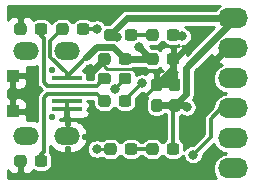
<source format=gbr>
G04 #@! TF.GenerationSoftware,KiCad,Pcbnew,5.1.4+dfsg1-1*
G04 #@! TF.CreationDate,2019-12-13T05:22:48-08:00*
G04 #@! TF.ProjectId,pmod-ftdi,706d6f64-2d66-4746-9469-2e6b69636164,rev?*
G04 #@! TF.SameCoordinates,PX5b906e0PY4a1f960*
G04 #@! TF.FileFunction,Copper,L1,Top*
G04 #@! TF.FilePolarity,Positive*
%FSLAX46Y46*%
G04 Gerber Fmt 4.6, Leading zero omitted, Abs format (unit mm)*
G04 Created by KiCad (PCBNEW 5.1.4+dfsg1-1) date 2019-12-13 05:22:48*
%MOMM*%
%LPD*%
G04 APERTURE LIST*
%ADD10C,0.100000*%
%ADD11C,0.950000*%
%ADD12O,2.540000X1.700000*%
%ADD13R,1.100000X1.100000*%
%ADD14R,2.650000X0.400000*%
%ADD15C,0.550000*%
%ADD16O,2.200000X1.500000*%
%ADD17C,0.800000*%
%ADD18C,0.609600*%
%ADD19C,0.304800*%
%ADD20C,0.250000*%
%ADD21C,0.254000*%
G04 APERTURE END LIST*
D10*
G36*
X14901779Y-12226144D02*
G01*
X14924834Y-12229563D01*
X14947443Y-12235227D01*
X14969387Y-12243079D01*
X14990457Y-12253044D01*
X15010448Y-12265026D01*
X15029168Y-12278910D01*
X15046438Y-12294562D01*
X15062090Y-12311832D01*
X15075974Y-12330552D01*
X15087956Y-12350543D01*
X15097921Y-12371613D01*
X15105773Y-12393557D01*
X15111437Y-12416166D01*
X15114856Y-12439221D01*
X15116000Y-12462500D01*
X15116000Y-12937500D01*
X15114856Y-12960779D01*
X15111437Y-12983834D01*
X15105773Y-13006443D01*
X15097921Y-13028387D01*
X15087956Y-13049457D01*
X15075974Y-13069448D01*
X15062090Y-13088168D01*
X15046438Y-13105438D01*
X15029168Y-13121090D01*
X15010448Y-13134974D01*
X14990457Y-13146956D01*
X14969387Y-13156921D01*
X14947443Y-13164773D01*
X14924834Y-13170437D01*
X14901779Y-13173856D01*
X14878500Y-13175000D01*
X14303500Y-13175000D01*
X14280221Y-13173856D01*
X14257166Y-13170437D01*
X14234557Y-13164773D01*
X14212613Y-13156921D01*
X14191543Y-13146956D01*
X14171552Y-13134974D01*
X14152832Y-13121090D01*
X14135562Y-13105438D01*
X14119910Y-13088168D01*
X14106026Y-13069448D01*
X14094044Y-13049457D01*
X14084079Y-13028387D01*
X14076227Y-13006443D01*
X14070563Y-12983834D01*
X14067144Y-12960779D01*
X14066000Y-12937500D01*
X14066000Y-12462500D01*
X14067144Y-12439221D01*
X14070563Y-12416166D01*
X14076227Y-12393557D01*
X14084079Y-12371613D01*
X14094044Y-12350543D01*
X14106026Y-12330552D01*
X14119910Y-12311832D01*
X14135562Y-12294562D01*
X14152832Y-12278910D01*
X14171552Y-12265026D01*
X14191543Y-12253044D01*
X14212613Y-12243079D01*
X14234557Y-12235227D01*
X14257166Y-12229563D01*
X14280221Y-12226144D01*
X14303500Y-12225000D01*
X14878500Y-12225000D01*
X14901779Y-12226144D01*
X14901779Y-12226144D01*
G37*
D11*
X14591000Y-12700000D03*
D10*
G36*
X13151779Y-12226144D02*
G01*
X13174834Y-12229563D01*
X13197443Y-12235227D01*
X13219387Y-12243079D01*
X13240457Y-12253044D01*
X13260448Y-12265026D01*
X13279168Y-12278910D01*
X13296438Y-12294562D01*
X13312090Y-12311832D01*
X13325974Y-12330552D01*
X13337956Y-12350543D01*
X13347921Y-12371613D01*
X13355773Y-12393557D01*
X13361437Y-12416166D01*
X13364856Y-12439221D01*
X13366000Y-12462500D01*
X13366000Y-12937500D01*
X13364856Y-12960779D01*
X13361437Y-12983834D01*
X13355773Y-13006443D01*
X13347921Y-13028387D01*
X13337956Y-13049457D01*
X13325974Y-13069448D01*
X13312090Y-13088168D01*
X13296438Y-13105438D01*
X13279168Y-13121090D01*
X13260448Y-13134974D01*
X13240457Y-13146956D01*
X13219387Y-13156921D01*
X13197443Y-13164773D01*
X13174834Y-13170437D01*
X13151779Y-13173856D01*
X13128500Y-13175000D01*
X12553500Y-13175000D01*
X12530221Y-13173856D01*
X12507166Y-13170437D01*
X12484557Y-13164773D01*
X12462613Y-13156921D01*
X12441543Y-13146956D01*
X12421552Y-13134974D01*
X12402832Y-13121090D01*
X12385562Y-13105438D01*
X12369910Y-13088168D01*
X12356026Y-13069448D01*
X12344044Y-13049457D01*
X12334079Y-13028387D01*
X12326227Y-13006443D01*
X12320563Y-12983834D01*
X12317144Y-12960779D01*
X12316000Y-12937500D01*
X12316000Y-12462500D01*
X12317144Y-12439221D01*
X12320563Y-12416166D01*
X12326227Y-12393557D01*
X12334079Y-12371613D01*
X12344044Y-12350543D01*
X12356026Y-12330552D01*
X12369910Y-12311832D01*
X12385562Y-12294562D01*
X12402832Y-12278910D01*
X12421552Y-12265026D01*
X12441543Y-12253044D01*
X12462613Y-12243079D01*
X12484557Y-12235227D01*
X12507166Y-12229563D01*
X12530221Y-12226144D01*
X12553500Y-12225000D01*
X13128500Y-12225000D01*
X13151779Y-12226144D01*
X13151779Y-12226144D01*
G37*
D11*
X12841000Y-12700000D03*
D10*
G36*
X13151779Y-2574144D02*
G01*
X13174834Y-2577563D01*
X13197443Y-2583227D01*
X13219387Y-2591079D01*
X13240457Y-2601044D01*
X13260448Y-2613026D01*
X13279168Y-2626910D01*
X13296438Y-2642562D01*
X13312090Y-2659832D01*
X13325974Y-2678552D01*
X13337956Y-2698543D01*
X13347921Y-2719613D01*
X13355773Y-2741557D01*
X13361437Y-2764166D01*
X13364856Y-2787221D01*
X13366000Y-2810500D01*
X13366000Y-3285500D01*
X13364856Y-3308779D01*
X13361437Y-3331834D01*
X13355773Y-3354443D01*
X13347921Y-3376387D01*
X13337956Y-3397457D01*
X13325974Y-3417448D01*
X13312090Y-3436168D01*
X13296438Y-3453438D01*
X13279168Y-3469090D01*
X13260448Y-3482974D01*
X13240457Y-3494956D01*
X13219387Y-3504921D01*
X13197443Y-3512773D01*
X13174834Y-3518437D01*
X13151779Y-3521856D01*
X13128500Y-3523000D01*
X12553500Y-3523000D01*
X12530221Y-3521856D01*
X12507166Y-3518437D01*
X12484557Y-3512773D01*
X12462613Y-3504921D01*
X12441543Y-3494956D01*
X12421552Y-3482974D01*
X12402832Y-3469090D01*
X12385562Y-3453438D01*
X12369910Y-3436168D01*
X12356026Y-3417448D01*
X12344044Y-3397457D01*
X12334079Y-3376387D01*
X12326227Y-3354443D01*
X12320563Y-3331834D01*
X12317144Y-3308779D01*
X12316000Y-3285500D01*
X12316000Y-2810500D01*
X12317144Y-2787221D01*
X12320563Y-2764166D01*
X12326227Y-2741557D01*
X12334079Y-2719613D01*
X12344044Y-2698543D01*
X12356026Y-2678552D01*
X12369910Y-2659832D01*
X12385562Y-2642562D01*
X12402832Y-2626910D01*
X12421552Y-2613026D01*
X12441543Y-2601044D01*
X12462613Y-2591079D01*
X12484557Y-2583227D01*
X12507166Y-2577563D01*
X12530221Y-2574144D01*
X12553500Y-2573000D01*
X13128500Y-2573000D01*
X13151779Y-2574144D01*
X13151779Y-2574144D01*
G37*
D11*
X12841000Y-3048000D03*
D10*
G36*
X14901779Y-2574144D02*
G01*
X14924834Y-2577563D01*
X14947443Y-2583227D01*
X14969387Y-2591079D01*
X14990457Y-2601044D01*
X15010448Y-2613026D01*
X15029168Y-2626910D01*
X15046438Y-2642562D01*
X15062090Y-2659832D01*
X15075974Y-2678552D01*
X15087956Y-2698543D01*
X15097921Y-2719613D01*
X15105773Y-2741557D01*
X15111437Y-2764166D01*
X15114856Y-2787221D01*
X15116000Y-2810500D01*
X15116000Y-3285500D01*
X15114856Y-3308779D01*
X15111437Y-3331834D01*
X15105773Y-3354443D01*
X15097921Y-3376387D01*
X15087956Y-3397457D01*
X15075974Y-3417448D01*
X15062090Y-3436168D01*
X15046438Y-3453438D01*
X15029168Y-3469090D01*
X15010448Y-3482974D01*
X14990457Y-3494956D01*
X14969387Y-3504921D01*
X14947443Y-3512773D01*
X14924834Y-3518437D01*
X14901779Y-3521856D01*
X14878500Y-3523000D01*
X14303500Y-3523000D01*
X14280221Y-3521856D01*
X14257166Y-3518437D01*
X14234557Y-3512773D01*
X14212613Y-3504921D01*
X14191543Y-3494956D01*
X14171552Y-3482974D01*
X14152832Y-3469090D01*
X14135562Y-3453438D01*
X14119910Y-3436168D01*
X14106026Y-3417448D01*
X14094044Y-3397457D01*
X14084079Y-3376387D01*
X14076227Y-3354443D01*
X14070563Y-3331834D01*
X14067144Y-3308779D01*
X14066000Y-3285500D01*
X14066000Y-2810500D01*
X14067144Y-2787221D01*
X14070563Y-2764166D01*
X14076227Y-2741557D01*
X14084079Y-2719613D01*
X14094044Y-2698543D01*
X14106026Y-2678552D01*
X14119910Y-2659832D01*
X14135562Y-2642562D01*
X14152832Y-2626910D01*
X14171552Y-2613026D01*
X14191543Y-2601044D01*
X14212613Y-2591079D01*
X14234557Y-2583227D01*
X14257166Y-2577563D01*
X14280221Y-2574144D01*
X14303500Y-2573000D01*
X14878500Y-2573000D01*
X14901779Y-2574144D01*
X14901779Y-2574144D01*
G37*
D11*
X14591000Y-3048000D03*
D10*
G36*
X10837779Y-6257144D02*
G01*
X10860834Y-6260563D01*
X10883443Y-6266227D01*
X10905387Y-6274079D01*
X10926457Y-6284044D01*
X10946448Y-6296026D01*
X10965168Y-6309910D01*
X10982438Y-6325562D01*
X10998090Y-6342832D01*
X11011974Y-6361552D01*
X11023956Y-6381543D01*
X11033921Y-6402613D01*
X11041773Y-6424557D01*
X11047437Y-6447166D01*
X11050856Y-6470221D01*
X11052000Y-6493500D01*
X11052000Y-6968500D01*
X11050856Y-6991779D01*
X11047437Y-7014834D01*
X11041773Y-7037443D01*
X11033921Y-7059387D01*
X11023956Y-7080457D01*
X11011974Y-7100448D01*
X10998090Y-7119168D01*
X10982438Y-7136438D01*
X10965168Y-7152090D01*
X10946448Y-7165974D01*
X10926457Y-7177956D01*
X10905387Y-7187921D01*
X10883443Y-7195773D01*
X10860834Y-7201437D01*
X10837779Y-7204856D01*
X10814500Y-7206000D01*
X10239500Y-7206000D01*
X10216221Y-7204856D01*
X10193166Y-7201437D01*
X10170557Y-7195773D01*
X10148613Y-7187921D01*
X10127543Y-7177956D01*
X10107552Y-7165974D01*
X10088832Y-7152090D01*
X10071562Y-7136438D01*
X10055910Y-7119168D01*
X10042026Y-7100448D01*
X10030044Y-7080457D01*
X10020079Y-7059387D01*
X10012227Y-7037443D01*
X10006563Y-7014834D01*
X10003144Y-6991779D01*
X10002000Y-6968500D01*
X10002000Y-6493500D01*
X10003144Y-6470221D01*
X10006563Y-6447166D01*
X10012227Y-6424557D01*
X10020079Y-6402613D01*
X10030044Y-6381543D01*
X10042026Y-6361552D01*
X10055910Y-6342832D01*
X10071562Y-6325562D01*
X10088832Y-6309910D01*
X10107552Y-6296026D01*
X10127543Y-6284044D01*
X10148613Y-6274079D01*
X10170557Y-6266227D01*
X10193166Y-6260563D01*
X10216221Y-6257144D01*
X10239500Y-6256000D01*
X10814500Y-6256000D01*
X10837779Y-6257144D01*
X10837779Y-6257144D01*
G37*
D11*
X10527000Y-6731000D03*
D10*
G36*
X9087779Y-6257144D02*
G01*
X9110834Y-6260563D01*
X9133443Y-6266227D01*
X9155387Y-6274079D01*
X9176457Y-6284044D01*
X9196448Y-6296026D01*
X9215168Y-6309910D01*
X9232438Y-6325562D01*
X9248090Y-6342832D01*
X9261974Y-6361552D01*
X9273956Y-6381543D01*
X9283921Y-6402613D01*
X9291773Y-6424557D01*
X9297437Y-6447166D01*
X9300856Y-6470221D01*
X9302000Y-6493500D01*
X9302000Y-6968500D01*
X9300856Y-6991779D01*
X9297437Y-7014834D01*
X9291773Y-7037443D01*
X9283921Y-7059387D01*
X9273956Y-7080457D01*
X9261974Y-7100448D01*
X9248090Y-7119168D01*
X9232438Y-7136438D01*
X9215168Y-7152090D01*
X9196448Y-7165974D01*
X9176457Y-7177956D01*
X9155387Y-7187921D01*
X9133443Y-7195773D01*
X9110834Y-7201437D01*
X9087779Y-7204856D01*
X9064500Y-7206000D01*
X8489500Y-7206000D01*
X8466221Y-7204856D01*
X8443166Y-7201437D01*
X8420557Y-7195773D01*
X8398613Y-7187921D01*
X8377543Y-7177956D01*
X8357552Y-7165974D01*
X8338832Y-7152090D01*
X8321562Y-7136438D01*
X8305910Y-7119168D01*
X8292026Y-7100448D01*
X8280044Y-7080457D01*
X8270079Y-7059387D01*
X8262227Y-7037443D01*
X8256563Y-7014834D01*
X8253144Y-6991779D01*
X8252000Y-6968500D01*
X8252000Y-6493500D01*
X8253144Y-6470221D01*
X8256563Y-6447166D01*
X8262227Y-6424557D01*
X8270079Y-6402613D01*
X8280044Y-6381543D01*
X8292026Y-6361552D01*
X8305910Y-6342832D01*
X8321562Y-6325562D01*
X8338832Y-6309910D01*
X8357552Y-6296026D01*
X8377543Y-6284044D01*
X8398613Y-6274079D01*
X8420557Y-6266227D01*
X8443166Y-6260563D01*
X8466221Y-6257144D01*
X8489500Y-6256000D01*
X9064500Y-6256000D01*
X9087779Y-6257144D01*
X9087779Y-6257144D01*
G37*
D11*
X8777000Y-6731000D03*
D10*
G36*
X9087779Y-8162144D02*
G01*
X9110834Y-8165563D01*
X9133443Y-8171227D01*
X9155387Y-8179079D01*
X9176457Y-8189044D01*
X9196448Y-8201026D01*
X9215168Y-8214910D01*
X9232438Y-8230562D01*
X9248090Y-8247832D01*
X9261974Y-8266552D01*
X9273956Y-8286543D01*
X9283921Y-8307613D01*
X9291773Y-8329557D01*
X9297437Y-8352166D01*
X9300856Y-8375221D01*
X9302000Y-8398500D01*
X9302000Y-8873500D01*
X9300856Y-8896779D01*
X9297437Y-8919834D01*
X9291773Y-8942443D01*
X9283921Y-8964387D01*
X9273956Y-8985457D01*
X9261974Y-9005448D01*
X9248090Y-9024168D01*
X9232438Y-9041438D01*
X9215168Y-9057090D01*
X9196448Y-9070974D01*
X9176457Y-9082956D01*
X9155387Y-9092921D01*
X9133443Y-9100773D01*
X9110834Y-9106437D01*
X9087779Y-9109856D01*
X9064500Y-9111000D01*
X8489500Y-9111000D01*
X8466221Y-9109856D01*
X8443166Y-9106437D01*
X8420557Y-9100773D01*
X8398613Y-9092921D01*
X8377543Y-9082956D01*
X8357552Y-9070974D01*
X8338832Y-9057090D01*
X8321562Y-9041438D01*
X8305910Y-9024168D01*
X8292026Y-9005448D01*
X8280044Y-8985457D01*
X8270079Y-8964387D01*
X8262227Y-8942443D01*
X8256563Y-8919834D01*
X8253144Y-8896779D01*
X8252000Y-8873500D01*
X8252000Y-8398500D01*
X8253144Y-8375221D01*
X8256563Y-8352166D01*
X8262227Y-8329557D01*
X8270079Y-8307613D01*
X8280044Y-8286543D01*
X8292026Y-8266552D01*
X8305910Y-8247832D01*
X8321562Y-8230562D01*
X8338832Y-8214910D01*
X8357552Y-8201026D01*
X8377543Y-8189044D01*
X8398613Y-8179079D01*
X8420557Y-8171227D01*
X8443166Y-8165563D01*
X8466221Y-8162144D01*
X8489500Y-8161000D01*
X9064500Y-8161000D01*
X9087779Y-8162144D01*
X9087779Y-8162144D01*
G37*
D11*
X8777000Y-8636000D03*
D10*
G36*
X10837779Y-8162144D02*
G01*
X10860834Y-8165563D01*
X10883443Y-8171227D01*
X10905387Y-8179079D01*
X10926457Y-8189044D01*
X10946448Y-8201026D01*
X10965168Y-8214910D01*
X10982438Y-8230562D01*
X10998090Y-8247832D01*
X11011974Y-8266552D01*
X11023956Y-8286543D01*
X11033921Y-8307613D01*
X11041773Y-8329557D01*
X11047437Y-8352166D01*
X11050856Y-8375221D01*
X11052000Y-8398500D01*
X11052000Y-8873500D01*
X11050856Y-8896779D01*
X11047437Y-8919834D01*
X11041773Y-8942443D01*
X11033921Y-8964387D01*
X11023956Y-8985457D01*
X11011974Y-9005448D01*
X10998090Y-9024168D01*
X10982438Y-9041438D01*
X10965168Y-9057090D01*
X10946448Y-9070974D01*
X10926457Y-9082956D01*
X10905387Y-9092921D01*
X10883443Y-9100773D01*
X10860834Y-9106437D01*
X10837779Y-9109856D01*
X10814500Y-9111000D01*
X10239500Y-9111000D01*
X10216221Y-9109856D01*
X10193166Y-9106437D01*
X10170557Y-9100773D01*
X10148613Y-9092921D01*
X10127543Y-9082956D01*
X10107552Y-9070974D01*
X10088832Y-9057090D01*
X10071562Y-9041438D01*
X10055910Y-9024168D01*
X10042026Y-9005448D01*
X10030044Y-8985457D01*
X10020079Y-8964387D01*
X10012227Y-8942443D01*
X10006563Y-8919834D01*
X10003144Y-8896779D01*
X10002000Y-8873500D01*
X10002000Y-8398500D01*
X10003144Y-8375221D01*
X10006563Y-8352166D01*
X10012227Y-8329557D01*
X10020079Y-8307613D01*
X10030044Y-8286543D01*
X10042026Y-8266552D01*
X10055910Y-8247832D01*
X10071562Y-8230562D01*
X10088832Y-8214910D01*
X10107552Y-8201026D01*
X10127543Y-8189044D01*
X10148613Y-8179079D01*
X10170557Y-8171227D01*
X10193166Y-8165563D01*
X10216221Y-8162144D01*
X10239500Y-8161000D01*
X10814500Y-8161000D01*
X10837779Y-8162144D01*
X10837779Y-8162144D01*
G37*
D11*
X10527000Y-8636000D03*
D12*
X19666000Y-1651000D03*
X19666000Y-4191000D03*
X19666000Y-6731000D03*
X19666000Y-9271000D03*
X19666000Y-11811000D03*
X19666000Y-14351000D03*
D13*
X1028000Y-6516000D03*
X1028000Y-9516000D03*
D14*
X5588000Y-8016000D03*
D15*
X4328000Y-6016000D03*
X4328000Y-10016000D03*
D14*
X5588000Y-7366000D03*
X5588000Y-6716000D03*
X5588000Y-8666000D03*
X5588000Y-9316000D03*
D16*
X2178000Y-4416000D03*
X2178000Y-11616000D03*
X5648000Y-11616000D03*
X5648000Y-4416000D03*
D10*
G36*
X11345779Y-12226144D02*
G01*
X11368834Y-12229563D01*
X11391443Y-12235227D01*
X11413387Y-12243079D01*
X11434457Y-12253044D01*
X11454448Y-12265026D01*
X11473168Y-12278910D01*
X11490438Y-12294562D01*
X11506090Y-12311832D01*
X11519974Y-12330552D01*
X11531956Y-12350543D01*
X11541921Y-12371613D01*
X11549773Y-12393557D01*
X11555437Y-12416166D01*
X11558856Y-12439221D01*
X11560000Y-12462500D01*
X11560000Y-12937500D01*
X11558856Y-12960779D01*
X11555437Y-12983834D01*
X11549773Y-13006443D01*
X11541921Y-13028387D01*
X11531956Y-13049457D01*
X11519974Y-13069448D01*
X11506090Y-13088168D01*
X11490438Y-13105438D01*
X11473168Y-13121090D01*
X11454448Y-13134974D01*
X11434457Y-13146956D01*
X11413387Y-13156921D01*
X11391443Y-13164773D01*
X11368834Y-13170437D01*
X11345779Y-13173856D01*
X11322500Y-13175000D01*
X10747500Y-13175000D01*
X10724221Y-13173856D01*
X10701166Y-13170437D01*
X10678557Y-13164773D01*
X10656613Y-13156921D01*
X10635543Y-13146956D01*
X10615552Y-13134974D01*
X10596832Y-13121090D01*
X10579562Y-13105438D01*
X10563910Y-13088168D01*
X10550026Y-13069448D01*
X10538044Y-13049457D01*
X10528079Y-13028387D01*
X10520227Y-13006443D01*
X10514563Y-12983834D01*
X10511144Y-12960779D01*
X10510000Y-12937500D01*
X10510000Y-12462500D01*
X10511144Y-12439221D01*
X10514563Y-12416166D01*
X10520227Y-12393557D01*
X10528079Y-12371613D01*
X10538044Y-12350543D01*
X10550026Y-12330552D01*
X10563910Y-12311832D01*
X10579562Y-12294562D01*
X10596832Y-12278910D01*
X10615552Y-12265026D01*
X10635543Y-12253044D01*
X10656613Y-12243079D01*
X10678557Y-12235227D01*
X10701166Y-12229563D01*
X10724221Y-12226144D01*
X10747500Y-12225000D01*
X11322500Y-12225000D01*
X11345779Y-12226144D01*
X11345779Y-12226144D01*
G37*
D11*
X11035000Y-12700000D03*
D10*
G36*
X9595779Y-12226144D02*
G01*
X9618834Y-12229563D01*
X9641443Y-12235227D01*
X9663387Y-12243079D01*
X9684457Y-12253044D01*
X9704448Y-12265026D01*
X9723168Y-12278910D01*
X9740438Y-12294562D01*
X9756090Y-12311832D01*
X9769974Y-12330552D01*
X9781956Y-12350543D01*
X9791921Y-12371613D01*
X9799773Y-12393557D01*
X9805437Y-12416166D01*
X9808856Y-12439221D01*
X9810000Y-12462500D01*
X9810000Y-12937500D01*
X9808856Y-12960779D01*
X9805437Y-12983834D01*
X9799773Y-13006443D01*
X9791921Y-13028387D01*
X9781956Y-13049457D01*
X9769974Y-13069448D01*
X9756090Y-13088168D01*
X9740438Y-13105438D01*
X9723168Y-13121090D01*
X9704448Y-13134974D01*
X9684457Y-13146956D01*
X9663387Y-13156921D01*
X9641443Y-13164773D01*
X9618834Y-13170437D01*
X9595779Y-13173856D01*
X9572500Y-13175000D01*
X8997500Y-13175000D01*
X8974221Y-13173856D01*
X8951166Y-13170437D01*
X8928557Y-13164773D01*
X8906613Y-13156921D01*
X8885543Y-13146956D01*
X8865552Y-13134974D01*
X8846832Y-13121090D01*
X8829562Y-13105438D01*
X8813910Y-13088168D01*
X8800026Y-13069448D01*
X8788044Y-13049457D01*
X8778079Y-13028387D01*
X8770227Y-13006443D01*
X8764563Y-12983834D01*
X8761144Y-12960779D01*
X8760000Y-12937500D01*
X8760000Y-12462500D01*
X8761144Y-12439221D01*
X8764563Y-12416166D01*
X8770227Y-12393557D01*
X8778079Y-12371613D01*
X8788044Y-12350543D01*
X8800026Y-12330552D01*
X8813910Y-12311832D01*
X8829562Y-12294562D01*
X8846832Y-12278910D01*
X8865552Y-12265026D01*
X8885543Y-12253044D01*
X8906613Y-12243079D01*
X8928557Y-12235227D01*
X8951166Y-12229563D01*
X8974221Y-12226144D01*
X8997500Y-12225000D01*
X9572500Y-12225000D01*
X9595779Y-12226144D01*
X9595779Y-12226144D01*
G37*
D11*
X9285000Y-12700000D03*
D10*
G36*
X9595779Y-2574144D02*
G01*
X9618834Y-2577563D01*
X9641443Y-2583227D01*
X9663387Y-2591079D01*
X9684457Y-2601044D01*
X9704448Y-2613026D01*
X9723168Y-2626910D01*
X9740438Y-2642562D01*
X9756090Y-2659832D01*
X9769974Y-2678552D01*
X9781956Y-2698543D01*
X9791921Y-2719613D01*
X9799773Y-2741557D01*
X9805437Y-2764166D01*
X9808856Y-2787221D01*
X9810000Y-2810500D01*
X9810000Y-3285500D01*
X9808856Y-3308779D01*
X9805437Y-3331834D01*
X9799773Y-3354443D01*
X9791921Y-3376387D01*
X9781956Y-3397457D01*
X9769974Y-3417448D01*
X9756090Y-3436168D01*
X9740438Y-3453438D01*
X9723168Y-3469090D01*
X9704448Y-3482974D01*
X9684457Y-3494956D01*
X9663387Y-3504921D01*
X9641443Y-3512773D01*
X9618834Y-3518437D01*
X9595779Y-3521856D01*
X9572500Y-3523000D01*
X8997500Y-3523000D01*
X8974221Y-3521856D01*
X8951166Y-3518437D01*
X8928557Y-3512773D01*
X8906613Y-3504921D01*
X8885543Y-3494956D01*
X8865552Y-3482974D01*
X8846832Y-3469090D01*
X8829562Y-3453438D01*
X8813910Y-3436168D01*
X8800026Y-3417448D01*
X8788044Y-3397457D01*
X8778079Y-3376387D01*
X8770227Y-3354443D01*
X8764563Y-3331834D01*
X8761144Y-3308779D01*
X8760000Y-3285500D01*
X8760000Y-2810500D01*
X8761144Y-2787221D01*
X8764563Y-2764166D01*
X8770227Y-2741557D01*
X8778079Y-2719613D01*
X8788044Y-2698543D01*
X8800026Y-2678552D01*
X8813910Y-2659832D01*
X8829562Y-2642562D01*
X8846832Y-2626910D01*
X8865552Y-2613026D01*
X8885543Y-2601044D01*
X8906613Y-2591079D01*
X8928557Y-2583227D01*
X8951166Y-2577563D01*
X8974221Y-2574144D01*
X8997500Y-2573000D01*
X9572500Y-2573000D01*
X9595779Y-2574144D01*
X9595779Y-2574144D01*
G37*
D11*
X9285000Y-3048000D03*
D10*
G36*
X11345779Y-2574144D02*
G01*
X11368834Y-2577563D01*
X11391443Y-2583227D01*
X11413387Y-2591079D01*
X11434457Y-2601044D01*
X11454448Y-2613026D01*
X11473168Y-2626910D01*
X11490438Y-2642562D01*
X11506090Y-2659832D01*
X11519974Y-2678552D01*
X11531956Y-2698543D01*
X11541921Y-2719613D01*
X11549773Y-2741557D01*
X11555437Y-2764166D01*
X11558856Y-2787221D01*
X11560000Y-2810500D01*
X11560000Y-3285500D01*
X11558856Y-3308779D01*
X11555437Y-3331834D01*
X11549773Y-3354443D01*
X11541921Y-3376387D01*
X11531956Y-3397457D01*
X11519974Y-3417448D01*
X11506090Y-3436168D01*
X11490438Y-3453438D01*
X11473168Y-3469090D01*
X11454448Y-3482974D01*
X11434457Y-3494956D01*
X11413387Y-3504921D01*
X11391443Y-3512773D01*
X11368834Y-3518437D01*
X11345779Y-3521856D01*
X11322500Y-3523000D01*
X10747500Y-3523000D01*
X10724221Y-3521856D01*
X10701166Y-3518437D01*
X10678557Y-3512773D01*
X10656613Y-3504921D01*
X10635543Y-3494956D01*
X10615552Y-3482974D01*
X10596832Y-3469090D01*
X10579562Y-3453438D01*
X10563910Y-3436168D01*
X10550026Y-3417448D01*
X10538044Y-3397457D01*
X10528079Y-3376387D01*
X10520227Y-3354443D01*
X10514563Y-3331834D01*
X10511144Y-3308779D01*
X10510000Y-3285500D01*
X10510000Y-2810500D01*
X10511144Y-2787221D01*
X10514563Y-2764166D01*
X10520227Y-2741557D01*
X10528079Y-2719613D01*
X10538044Y-2698543D01*
X10550026Y-2678552D01*
X10563910Y-2659832D01*
X10579562Y-2642562D01*
X10596832Y-2626910D01*
X10615552Y-2613026D01*
X10635543Y-2601044D01*
X10656613Y-2591079D01*
X10678557Y-2583227D01*
X10701166Y-2577563D01*
X10724221Y-2574144D01*
X10747500Y-2573000D01*
X11322500Y-2573000D01*
X11345779Y-2574144D01*
X11345779Y-2574144D01*
G37*
D11*
X11035000Y-3048000D03*
D10*
G36*
X5531779Y-2066144D02*
G01*
X5554834Y-2069563D01*
X5577443Y-2075227D01*
X5599387Y-2083079D01*
X5620457Y-2093044D01*
X5640448Y-2105026D01*
X5659168Y-2118910D01*
X5676438Y-2134562D01*
X5692090Y-2151832D01*
X5705974Y-2170552D01*
X5717956Y-2190543D01*
X5727921Y-2211613D01*
X5735773Y-2233557D01*
X5741437Y-2256166D01*
X5744856Y-2279221D01*
X5746000Y-2302500D01*
X5746000Y-2777500D01*
X5744856Y-2800779D01*
X5741437Y-2823834D01*
X5735773Y-2846443D01*
X5727921Y-2868387D01*
X5717956Y-2889457D01*
X5705974Y-2909448D01*
X5692090Y-2928168D01*
X5676438Y-2945438D01*
X5659168Y-2961090D01*
X5640448Y-2974974D01*
X5620457Y-2986956D01*
X5599387Y-2996921D01*
X5577443Y-3004773D01*
X5554834Y-3010437D01*
X5531779Y-3013856D01*
X5508500Y-3015000D01*
X4933500Y-3015000D01*
X4910221Y-3013856D01*
X4887166Y-3010437D01*
X4864557Y-3004773D01*
X4842613Y-2996921D01*
X4821543Y-2986956D01*
X4801552Y-2974974D01*
X4782832Y-2961090D01*
X4765562Y-2945438D01*
X4749910Y-2928168D01*
X4736026Y-2909448D01*
X4724044Y-2889457D01*
X4714079Y-2868387D01*
X4706227Y-2846443D01*
X4700563Y-2823834D01*
X4697144Y-2800779D01*
X4696000Y-2777500D01*
X4696000Y-2302500D01*
X4697144Y-2279221D01*
X4700563Y-2256166D01*
X4706227Y-2233557D01*
X4714079Y-2211613D01*
X4724044Y-2190543D01*
X4736026Y-2170552D01*
X4749910Y-2151832D01*
X4765562Y-2134562D01*
X4782832Y-2118910D01*
X4801552Y-2105026D01*
X4821543Y-2093044D01*
X4842613Y-2083079D01*
X4864557Y-2075227D01*
X4887166Y-2069563D01*
X4910221Y-2066144D01*
X4933500Y-2065000D01*
X5508500Y-2065000D01*
X5531779Y-2066144D01*
X5531779Y-2066144D01*
G37*
D11*
X5221000Y-2540000D03*
D10*
G36*
X7281779Y-2066144D02*
G01*
X7304834Y-2069563D01*
X7327443Y-2075227D01*
X7349387Y-2083079D01*
X7370457Y-2093044D01*
X7390448Y-2105026D01*
X7409168Y-2118910D01*
X7426438Y-2134562D01*
X7442090Y-2151832D01*
X7455974Y-2170552D01*
X7467956Y-2190543D01*
X7477921Y-2211613D01*
X7485773Y-2233557D01*
X7491437Y-2256166D01*
X7494856Y-2279221D01*
X7496000Y-2302500D01*
X7496000Y-2777500D01*
X7494856Y-2800779D01*
X7491437Y-2823834D01*
X7485773Y-2846443D01*
X7477921Y-2868387D01*
X7467956Y-2889457D01*
X7455974Y-2909448D01*
X7442090Y-2928168D01*
X7426438Y-2945438D01*
X7409168Y-2961090D01*
X7390448Y-2974974D01*
X7370457Y-2986956D01*
X7349387Y-2996921D01*
X7327443Y-3004773D01*
X7304834Y-3010437D01*
X7281779Y-3013856D01*
X7258500Y-3015000D01*
X6683500Y-3015000D01*
X6660221Y-3013856D01*
X6637166Y-3010437D01*
X6614557Y-3004773D01*
X6592613Y-2996921D01*
X6571543Y-2986956D01*
X6551552Y-2974974D01*
X6532832Y-2961090D01*
X6515562Y-2945438D01*
X6499910Y-2928168D01*
X6486026Y-2909448D01*
X6474044Y-2889457D01*
X6464079Y-2868387D01*
X6456227Y-2846443D01*
X6450563Y-2823834D01*
X6447144Y-2800779D01*
X6446000Y-2777500D01*
X6446000Y-2302500D01*
X6447144Y-2279221D01*
X6450563Y-2256166D01*
X6456227Y-2233557D01*
X6464079Y-2211613D01*
X6474044Y-2190543D01*
X6486026Y-2170552D01*
X6499910Y-2151832D01*
X6515562Y-2134562D01*
X6532832Y-2118910D01*
X6551552Y-2105026D01*
X6571543Y-2093044D01*
X6592613Y-2083079D01*
X6614557Y-2075227D01*
X6637166Y-2069563D01*
X6660221Y-2066144D01*
X6683500Y-2065000D01*
X7258500Y-2065000D01*
X7281779Y-2066144D01*
X7281779Y-2066144D01*
G37*
D11*
X6971000Y-2540000D03*
D10*
G36*
X13468779Y-6729144D02*
G01*
X13491834Y-6732563D01*
X13514443Y-6738227D01*
X13536387Y-6746079D01*
X13557457Y-6756044D01*
X13577448Y-6768026D01*
X13596168Y-6781910D01*
X13613438Y-6797562D01*
X13629090Y-6814832D01*
X13642974Y-6833552D01*
X13654956Y-6853543D01*
X13664921Y-6874613D01*
X13672773Y-6896557D01*
X13678437Y-6919166D01*
X13681856Y-6942221D01*
X13683000Y-6965500D01*
X13683000Y-7540500D01*
X13681856Y-7563779D01*
X13678437Y-7586834D01*
X13672773Y-7609443D01*
X13664921Y-7631387D01*
X13654956Y-7652457D01*
X13642974Y-7672448D01*
X13629090Y-7691168D01*
X13613438Y-7708438D01*
X13596168Y-7724090D01*
X13577448Y-7737974D01*
X13557457Y-7749956D01*
X13536387Y-7759921D01*
X13514443Y-7767773D01*
X13491834Y-7773437D01*
X13468779Y-7776856D01*
X13445500Y-7778000D01*
X12970500Y-7778000D01*
X12947221Y-7776856D01*
X12924166Y-7773437D01*
X12901557Y-7767773D01*
X12879613Y-7759921D01*
X12858543Y-7749956D01*
X12838552Y-7737974D01*
X12819832Y-7724090D01*
X12802562Y-7708438D01*
X12786910Y-7691168D01*
X12773026Y-7672448D01*
X12761044Y-7652457D01*
X12751079Y-7631387D01*
X12743227Y-7609443D01*
X12737563Y-7586834D01*
X12734144Y-7563779D01*
X12733000Y-7540500D01*
X12733000Y-6965500D01*
X12734144Y-6942221D01*
X12737563Y-6919166D01*
X12743227Y-6896557D01*
X12751079Y-6874613D01*
X12761044Y-6853543D01*
X12773026Y-6833552D01*
X12786910Y-6814832D01*
X12802562Y-6797562D01*
X12819832Y-6781910D01*
X12838552Y-6768026D01*
X12858543Y-6756044D01*
X12879613Y-6746079D01*
X12901557Y-6738227D01*
X12924166Y-6732563D01*
X12947221Y-6729144D01*
X12970500Y-6728000D01*
X13445500Y-6728000D01*
X13468779Y-6729144D01*
X13468779Y-6729144D01*
G37*
D11*
X13208000Y-7253000D03*
D10*
G36*
X13468779Y-8479144D02*
G01*
X13491834Y-8482563D01*
X13514443Y-8488227D01*
X13536387Y-8496079D01*
X13557457Y-8506044D01*
X13577448Y-8518026D01*
X13596168Y-8531910D01*
X13613438Y-8547562D01*
X13629090Y-8564832D01*
X13642974Y-8583552D01*
X13654956Y-8603543D01*
X13664921Y-8624613D01*
X13672773Y-8646557D01*
X13678437Y-8669166D01*
X13681856Y-8692221D01*
X13683000Y-8715500D01*
X13683000Y-9290500D01*
X13681856Y-9313779D01*
X13678437Y-9336834D01*
X13672773Y-9359443D01*
X13664921Y-9381387D01*
X13654956Y-9402457D01*
X13642974Y-9422448D01*
X13629090Y-9441168D01*
X13613438Y-9458438D01*
X13596168Y-9474090D01*
X13577448Y-9487974D01*
X13557457Y-9499956D01*
X13536387Y-9509921D01*
X13514443Y-9517773D01*
X13491834Y-9523437D01*
X13468779Y-9526856D01*
X13445500Y-9528000D01*
X12970500Y-9528000D01*
X12947221Y-9526856D01*
X12924166Y-9523437D01*
X12901557Y-9517773D01*
X12879613Y-9509921D01*
X12858543Y-9499956D01*
X12838552Y-9487974D01*
X12819832Y-9474090D01*
X12802562Y-9458438D01*
X12786910Y-9441168D01*
X12773026Y-9422448D01*
X12761044Y-9402457D01*
X12751079Y-9381387D01*
X12743227Y-9359443D01*
X12737563Y-9336834D01*
X12734144Y-9313779D01*
X12733000Y-9290500D01*
X12733000Y-8715500D01*
X12734144Y-8692221D01*
X12737563Y-8669166D01*
X12743227Y-8646557D01*
X12751079Y-8624613D01*
X12761044Y-8603543D01*
X12773026Y-8583552D01*
X12786910Y-8564832D01*
X12802562Y-8547562D01*
X12819832Y-8531910D01*
X12838552Y-8518026D01*
X12858543Y-8506044D01*
X12879613Y-8496079D01*
X12901557Y-8488227D01*
X12924166Y-8482563D01*
X12947221Y-8479144D01*
X12970500Y-8478000D01*
X13445500Y-8478000D01*
X13468779Y-8479144D01*
X13468779Y-8479144D01*
G37*
D11*
X13208000Y-9003000D03*
D10*
G36*
X14992779Y-6729144D02*
G01*
X15015834Y-6732563D01*
X15038443Y-6738227D01*
X15060387Y-6746079D01*
X15081457Y-6756044D01*
X15101448Y-6768026D01*
X15120168Y-6781910D01*
X15137438Y-6797562D01*
X15153090Y-6814832D01*
X15166974Y-6833552D01*
X15178956Y-6853543D01*
X15188921Y-6874613D01*
X15196773Y-6896557D01*
X15202437Y-6919166D01*
X15205856Y-6942221D01*
X15207000Y-6965500D01*
X15207000Y-7540500D01*
X15205856Y-7563779D01*
X15202437Y-7586834D01*
X15196773Y-7609443D01*
X15188921Y-7631387D01*
X15178956Y-7652457D01*
X15166974Y-7672448D01*
X15153090Y-7691168D01*
X15137438Y-7708438D01*
X15120168Y-7724090D01*
X15101448Y-7737974D01*
X15081457Y-7749956D01*
X15060387Y-7759921D01*
X15038443Y-7767773D01*
X15015834Y-7773437D01*
X14992779Y-7776856D01*
X14969500Y-7778000D01*
X14494500Y-7778000D01*
X14471221Y-7776856D01*
X14448166Y-7773437D01*
X14425557Y-7767773D01*
X14403613Y-7759921D01*
X14382543Y-7749956D01*
X14362552Y-7737974D01*
X14343832Y-7724090D01*
X14326562Y-7708438D01*
X14310910Y-7691168D01*
X14297026Y-7672448D01*
X14285044Y-7652457D01*
X14275079Y-7631387D01*
X14267227Y-7609443D01*
X14261563Y-7586834D01*
X14258144Y-7563779D01*
X14257000Y-7540500D01*
X14257000Y-6965500D01*
X14258144Y-6942221D01*
X14261563Y-6919166D01*
X14267227Y-6896557D01*
X14275079Y-6874613D01*
X14285044Y-6853543D01*
X14297026Y-6833552D01*
X14310910Y-6814832D01*
X14326562Y-6797562D01*
X14343832Y-6781910D01*
X14362552Y-6768026D01*
X14382543Y-6756044D01*
X14403613Y-6746079D01*
X14425557Y-6738227D01*
X14448166Y-6732563D01*
X14471221Y-6729144D01*
X14494500Y-6728000D01*
X14969500Y-6728000D01*
X14992779Y-6729144D01*
X14992779Y-6729144D01*
G37*
D11*
X14732000Y-7253000D03*
D10*
G36*
X14992779Y-8479144D02*
G01*
X15015834Y-8482563D01*
X15038443Y-8488227D01*
X15060387Y-8496079D01*
X15081457Y-8506044D01*
X15101448Y-8518026D01*
X15120168Y-8531910D01*
X15137438Y-8547562D01*
X15153090Y-8564832D01*
X15166974Y-8583552D01*
X15178956Y-8603543D01*
X15188921Y-8624613D01*
X15196773Y-8646557D01*
X15202437Y-8669166D01*
X15205856Y-8692221D01*
X15207000Y-8715500D01*
X15207000Y-9290500D01*
X15205856Y-9313779D01*
X15202437Y-9336834D01*
X15196773Y-9359443D01*
X15188921Y-9381387D01*
X15178956Y-9402457D01*
X15166974Y-9422448D01*
X15153090Y-9441168D01*
X15137438Y-9458438D01*
X15120168Y-9474090D01*
X15101448Y-9487974D01*
X15081457Y-9499956D01*
X15060387Y-9509921D01*
X15038443Y-9517773D01*
X15015834Y-9523437D01*
X14992779Y-9526856D01*
X14969500Y-9528000D01*
X14494500Y-9528000D01*
X14471221Y-9526856D01*
X14448166Y-9523437D01*
X14425557Y-9517773D01*
X14403613Y-9509921D01*
X14382543Y-9499956D01*
X14362552Y-9487974D01*
X14343832Y-9474090D01*
X14326562Y-9458438D01*
X14310910Y-9441168D01*
X14297026Y-9422448D01*
X14285044Y-9402457D01*
X14275079Y-9381387D01*
X14267227Y-9359443D01*
X14261563Y-9336834D01*
X14258144Y-9313779D01*
X14257000Y-9290500D01*
X14257000Y-8715500D01*
X14258144Y-8692221D01*
X14261563Y-8669166D01*
X14267227Y-8646557D01*
X14275079Y-8624613D01*
X14285044Y-8603543D01*
X14297026Y-8583552D01*
X14310910Y-8564832D01*
X14326562Y-8547562D01*
X14343832Y-8531910D01*
X14362552Y-8518026D01*
X14382543Y-8506044D01*
X14403613Y-8496079D01*
X14425557Y-8488227D01*
X14448166Y-8482563D01*
X14471221Y-8479144D01*
X14494500Y-8478000D01*
X14969500Y-8478000D01*
X14992779Y-8479144D01*
X14992779Y-8479144D01*
G37*
D11*
X14732000Y-9003000D03*
D10*
G36*
X1975779Y-2066144D02*
G01*
X1998834Y-2069563D01*
X2021443Y-2075227D01*
X2043387Y-2083079D01*
X2064457Y-2093044D01*
X2084448Y-2105026D01*
X2103168Y-2118910D01*
X2120438Y-2134562D01*
X2136090Y-2151832D01*
X2149974Y-2170552D01*
X2161956Y-2190543D01*
X2171921Y-2211613D01*
X2179773Y-2233557D01*
X2185437Y-2256166D01*
X2188856Y-2279221D01*
X2190000Y-2302500D01*
X2190000Y-2777500D01*
X2188856Y-2800779D01*
X2185437Y-2823834D01*
X2179773Y-2846443D01*
X2171921Y-2868387D01*
X2161956Y-2889457D01*
X2149974Y-2909448D01*
X2136090Y-2928168D01*
X2120438Y-2945438D01*
X2103168Y-2961090D01*
X2084448Y-2974974D01*
X2064457Y-2986956D01*
X2043387Y-2996921D01*
X2021443Y-3004773D01*
X1998834Y-3010437D01*
X1975779Y-3013856D01*
X1952500Y-3015000D01*
X1377500Y-3015000D01*
X1354221Y-3013856D01*
X1331166Y-3010437D01*
X1308557Y-3004773D01*
X1286613Y-2996921D01*
X1265543Y-2986956D01*
X1245552Y-2974974D01*
X1226832Y-2961090D01*
X1209562Y-2945438D01*
X1193910Y-2928168D01*
X1180026Y-2909448D01*
X1168044Y-2889457D01*
X1158079Y-2868387D01*
X1150227Y-2846443D01*
X1144563Y-2823834D01*
X1141144Y-2800779D01*
X1140000Y-2777500D01*
X1140000Y-2302500D01*
X1141144Y-2279221D01*
X1144563Y-2256166D01*
X1150227Y-2233557D01*
X1158079Y-2211613D01*
X1168044Y-2190543D01*
X1180026Y-2170552D01*
X1193910Y-2151832D01*
X1209562Y-2134562D01*
X1226832Y-2118910D01*
X1245552Y-2105026D01*
X1265543Y-2093044D01*
X1286613Y-2083079D01*
X1308557Y-2075227D01*
X1331166Y-2069563D01*
X1354221Y-2066144D01*
X1377500Y-2065000D01*
X1952500Y-2065000D01*
X1975779Y-2066144D01*
X1975779Y-2066144D01*
G37*
D11*
X1665000Y-2540000D03*
D10*
G36*
X3725779Y-2066144D02*
G01*
X3748834Y-2069563D01*
X3771443Y-2075227D01*
X3793387Y-2083079D01*
X3814457Y-2093044D01*
X3834448Y-2105026D01*
X3853168Y-2118910D01*
X3870438Y-2134562D01*
X3886090Y-2151832D01*
X3899974Y-2170552D01*
X3911956Y-2190543D01*
X3921921Y-2211613D01*
X3929773Y-2233557D01*
X3935437Y-2256166D01*
X3938856Y-2279221D01*
X3940000Y-2302500D01*
X3940000Y-2777500D01*
X3938856Y-2800779D01*
X3935437Y-2823834D01*
X3929773Y-2846443D01*
X3921921Y-2868387D01*
X3911956Y-2889457D01*
X3899974Y-2909448D01*
X3886090Y-2928168D01*
X3870438Y-2945438D01*
X3853168Y-2961090D01*
X3834448Y-2974974D01*
X3814457Y-2986956D01*
X3793387Y-2996921D01*
X3771443Y-3004773D01*
X3748834Y-3010437D01*
X3725779Y-3013856D01*
X3702500Y-3015000D01*
X3127500Y-3015000D01*
X3104221Y-3013856D01*
X3081166Y-3010437D01*
X3058557Y-3004773D01*
X3036613Y-2996921D01*
X3015543Y-2986956D01*
X2995552Y-2974974D01*
X2976832Y-2961090D01*
X2959562Y-2945438D01*
X2943910Y-2928168D01*
X2930026Y-2909448D01*
X2918044Y-2889457D01*
X2908079Y-2868387D01*
X2900227Y-2846443D01*
X2894563Y-2823834D01*
X2891144Y-2800779D01*
X2890000Y-2777500D01*
X2890000Y-2302500D01*
X2891144Y-2279221D01*
X2894563Y-2256166D01*
X2900227Y-2233557D01*
X2908079Y-2211613D01*
X2918044Y-2190543D01*
X2930026Y-2170552D01*
X2943910Y-2151832D01*
X2959562Y-2134562D01*
X2976832Y-2118910D01*
X2995552Y-2105026D01*
X3015543Y-2093044D01*
X3036613Y-2083079D01*
X3058557Y-2075227D01*
X3081166Y-2069563D01*
X3104221Y-2066144D01*
X3127500Y-2065000D01*
X3702500Y-2065000D01*
X3725779Y-2066144D01*
X3725779Y-2066144D01*
G37*
D11*
X3415000Y-2540000D03*
D10*
G36*
X9087779Y-4606144D02*
G01*
X9110834Y-4609563D01*
X9133443Y-4615227D01*
X9155387Y-4623079D01*
X9176457Y-4633044D01*
X9196448Y-4645026D01*
X9215168Y-4658910D01*
X9232438Y-4674562D01*
X9248090Y-4691832D01*
X9261974Y-4710552D01*
X9273956Y-4730543D01*
X9283921Y-4751613D01*
X9291773Y-4773557D01*
X9297437Y-4796166D01*
X9300856Y-4819221D01*
X9302000Y-4842500D01*
X9302000Y-5317500D01*
X9300856Y-5340779D01*
X9297437Y-5363834D01*
X9291773Y-5386443D01*
X9283921Y-5408387D01*
X9273956Y-5429457D01*
X9261974Y-5449448D01*
X9248090Y-5468168D01*
X9232438Y-5485438D01*
X9215168Y-5501090D01*
X9196448Y-5514974D01*
X9176457Y-5526956D01*
X9155387Y-5536921D01*
X9133443Y-5544773D01*
X9110834Y-5550437D01*
X9087779Y-5553856D01*
X9064500Y-5555000D01*
X8489500Y-5555000D01*
X8466221Y-5553856D01*
X8443166Y-5550437D01*
X8420557Y-5544773D01*
X8398613Y-5536921D01*
X8377543Y-5526956D01*
X8357552Y-5514974D01*
X8338832Y-5501090D01*
X8321562Y-5485438D01*
X8305910Y-5468168D01*
X8292026Y-5449448D01*
X8280044Y-5429457D01*
X8270079Y-5408387D01*
X8262227Y-5386443D01*
X8256563Y-5363834D01*
X8253144Y-5340779D01*
X8252000Y-5317500D01*
X8252000Y-4842500D01*
X8253144Y-4819221D01*
X8256563Y-4796166D01*
X8262227Y-4773557D01*
X8270079Y-4751613D01*
X8280044Y-4730543D01*
X8292026Y-4710552D01*
X8305910Y-4691832D01*
X8321562Y-4674562D01*
X8338832Y-4658910D01*
X8357552Y-4645026D01*
X8377543Y-4633044D01*
X8398613Y-4623079D01*
X8420557Y-4615227D01*
X8443166Y-4609563D01*
X8466221Y-4606144D01*
X8489500Y-4605000D01*
X9064500Y-4605000D01*
X9087779Y-4606144D01*
X9087779Y-4606144D01*
G37*
D11*
X8777000Y-5080000D03*
D10*
G36*
X10837779Y-4606144D02*
G01*
X10860834Y-4609563D01*
X10883443Y-4615227D01*
X10905387Y-4623079D01*
X10926457Y-4633044D01*
X10946448Y-4645026D01*
X10965168Y-4658910D01*
X10982438Y-4674562D01*
X10998090Y-4691832D01*
X11011974Y-4710552D01*
X11023956Y-4730543D01*
X11033921Y-4751613D01*
X11041773Y-4773557D01*
X11047437Y-4796166D01*
X11050856Y-4819221D01*
X11052000Y-4842500D01*
X11052000Y-5317500D01*
X11050856Y-5340779D01*
X11047437Y-5363834D01*
X11041773Y-5386443D01*
X11033921Y-5408387D01*
X11023956Y-5429457D01*
X11011974Y-5449448D01*
X10998090Y-5468168D01*
X10982438Y-5485438D01*
X10965168Y-5501090D01*
X10946448Y-5514974D01*
X10926457Y-5526956D01*
X10905387Y-5536921D01*
X10883443Y-5544773D01*
X10860834Y-5550437D01*
X10837779Y-5553856D01*
X10814500Y-5555000D01*
X10239500Y-5555000D01*
X10216221Y-5553856D01*
X10193166Y-5550437D01*
X10170557Y-5544773D01*
X10148613Y-5536921D01*
X10127543Y-5526956D01*
X10107552Y-5514974D01*
X10088832Y-5501090D01*
X10071562Y-5485438D01*
X10055910Y-5468168D01*
X10042026Y-5449448D01*
X10030044Y-5429457D01*
X10020079Y-5408387D01*
X10012227Y-5386443D01*
X10006563Y-5363834D01*
X10003144Y-5340779D01*
X10002000Y-5317500D01*
X10002000Y-4842500D01*
X10003144Y-4819221D01*
X10006563Y-4796166D01*
X10012227Y-4773557D01*
X10020079Y-4751613D01*
X10030044Y-4730543D01*
X10042026Y-4710552D01*
X10055910Y-4691832D01*
X10071562Y-4674562D01*
X10088832Y-4658910D01*
X10107552Y-4645026D01*
X10127543Y-4633044D01*
X10148613Y-4623079D01*
X10170557Y-4615227D01*
X10193166Y-4609563D01*
X10216221Y-4606144D01*
X10239500Y-4605000D01*
X10814500Y-4605000D01*
X10837779Y-4606144D01*
X10837779Y-4606144D01*
G37*
D11*
X10527000Y-5080000D03*
D10*
G36*
X1975779Y-13242144D02*
G01*
X1998834Y-13245563D01*
X2021443Y-13251227D01*
X2043387Y-13259079D01*
X2064457Y-13269044D01*
X2084448Y-13281026D01*
X2103168Y-13294910D01*
X2120438Y-13310562D01*
X2136090Y-13327832D01*
X2149974Y-13346552D01*
X2161956Y-13366543D01*
X2171921Y-13387613D01*
X2179773Y-13409557D01*
X2185437Y-13432166D01*
X2188856Y-13455221D01*
X2190000Y-13478500D01*
X2190000Y-13953500D01*
X2188856Y-13976779D01*
X2185437Y-13999834D01*
X2179773Y-14022443D01*
X2171921Y-14044387D01*
X2161956Y-14065457D01*
X2149974Y-14085448D01*
X2136090Y-14104168D01*
X2120438Y-14121438D01*
X2103168Y-14137090D01*
X2084448Y-14150974D01*
X2064457Y-14162956D01*
X2043387Y-14172921D01*
X2021443Y-14180773D01*
X1998834Y-14186437D01*
X1975779Y-14189856D01*
X1952500Y-14191000D01*
X1377500Y-14191000D01*
X1354221Y-14189856D01*
X1331166Y-14186437D01*
X1308557Y-14180773D01*
X1286613Y-14172921D01*
X1265543Y-14162956D01*
X1245552Y-14150974D01*
X1226832Y-14137090D01*
X1209562Y-14121438D01*
X1193910Y-14104168D01*
X1180026Y-14085448D01*
X1168044Y-14065457D01*
X1158079Y-14044387D01*
X1150227Y-14022443D01*
X1144563Y-13999834D01*
X1141144Y-13976779D01*
X1140000Y-13953500D01*
X1140000Y-13478500D01*
X1141144Y-13455221D01*
X1144563Y-13432166D01*
X1150227Y-13409557D01*
X1158079Y-13387613D01*
X1168044Y-13366543D01*
X1180026Y-13346552D01*
X1193910Y-13327832D01*
X1209562Y-13310562D01*
X1226832Y-13294910D01*
X1245552Y-13281026D01*
X1265543Y-13269044D01*
X1286613Y-13259079D01*
X1308557Y-13251227D01*
X1331166Y-13245563D01*
X1354221Y-13242144D01*
X1377500Y-13241000D01*
X1952500Y-13241000D01*
X1975779Y-13242144D01*
X1975779Y-13242144D01*
G37*
D11*
X1665000Y-13716000D03*
D10*
G36*
X3725779Y-13242144D02*
G01*
X3748834Y-13245563D01*
X3771443Y-13251227D01*
X3793387Y-13259079D01*
X3814457Y-13269044D01*
X3834448Y-13281026D01*
X3853168Y-13294910D01*
X3870438Y-13310562D01*
X3886090Y-13327832D01*
X3899974Y-13346552D01*
X3911956Y-13366543D01*
X3921921Y-13387613D01*
X3929773Y-13409557D01*
X3935437Y-13432166D01*
X3938856Y-13455221D01*
X3940000Y-13478500D01*
X3940000Y-13953500D01*
X3938856Y-13976779D01*
X3935437Y-13999834D01*
X3929773Y-14022443D01*
X3921921Y-14044387D01*
X3911956Y-14065457D01*
X3899974Y-14085448D01*
X3886090Y-14104168D01*
X3870438Y-14121438D01*
X3853168Y-14137090D01*
X3834448Y-14150974D01*
X3814457Y-14162956D01*
X3793387Y-14172921D01*
X3771443Y-14180773D01*
X3748834Y-14186437D01*
X3725779Y-14189856D01*
X3702500Y-14191000D01*
X3127500Y-14191000D01*
X3104221Y-14189856D01*
X3081166Y-14186437D01*
X3058557Y-14180773D01*
X3036613Y-14172921D01*
X3015543Y-14162956D01*
X2995552Y-14150974D01*
X2976832Y-14137090D01*
X2959562Y-14121438D01*
X2943910Y-14104168D01*
X2930026Y-14085448D01*
X2918044Y-14065457D01*
X2908079Y-14044387D01*
X2900227Y-14022443D01*
X2894563Y-13999834D01*
X2891144Y-13976779D01*
X2890000Y-13953500D01*
X2890000Y-13478500D01*
X2891144Y-13455221D01*
X2894563Y-13432166D01*
X2900227Y-13409557D01*
X2908079Y-13387613D01*
X2918044Y-13366543D01*
X2930026Y-13346552D01*
X2943910Y-13327832D01*
X2959562Y-13310562D01*
X2976832Y-13294910D01*
X2995552Y-13281026D01*
X3015543Y-13269044D01*
X3036613Y-13259079D01*
X3058557Y-13251227D01*
X3081166Y-13245563D01*
X3104221Y-13242144D01*
X3127500Y-13241000D01*
X3702500Y-13241000D01*
X3725779Y-13242144D01*
X3725779Y-13242144D01*
G37*
D11*
X3415000Y-13716000D03*
D10*
G36*
X14901779Y-4606144D02*
G01*
X14924834Y-4609563D01*
X14947443Y-4615227D01*
X14969387Y-4623079D01*
X14990457Y-4633044D01*
X15010448Y-4645026D01*
X15029168Y-4658910D01*
X15046438Y-4674562D01*
X15062090Y-4691832D01*
X15075974Y-4710552D01*
X15087956Y-4730543D01*
X15097921Y-4751613D01*
X15105773Y-4773557D01*
X15111437Y-4796166D01*
X15114856Y-4819221D01*
X15116000Y-4842500D01*
X15116000Y-5317500D01*
X15114856Y-5340779D01*
X15111437Y-5363834D01*
X15105773Y-5386443D01*
X15097921Y-5408387D01*
X15087956Y-5429457D01*
X15075974Y-5449448D01*
X15062090Y-5468168D01*
X15046438Y-5485438D01*
X15029168Y-5501090D01*
X15010448Y-5514974D01*
X14990457Y-5526956D01*
X14969387Y-5536921D01*
X14947443Y-5544773D01*
X14924834Y-5550437D01*
X14901779Y-5553856D01*
X14878500Y-5555000D01*
X14303500Y-5555000D01*
X14280221Y-5553856D01*
X14257166Y-5550437D01*
X14234557Y-5544773D01*
X14212613Y-5536921D01*
X14191543Y-5526956D01*
X14171552Y-5514974D01*
X14152832Y-5501090D01*
X14135562Y-5485438D01*
X14119910Y-5468168D01*
X14106026Y-5449448D01*
X14094044Y-5429457D01*
X14084079Y-5408387D01*
X14076227Y-5386443D01*
X14070563Y-5363834D01*
X14067144Y-5340779D01*
X14066000Y-5317500D01*
X14066000Y-4842500D01*
X14067144Y-4819221D01*
X14070563Y-4796166D01*
X14076227Y-4773557D01*
X14084079Y-4751613D01*
X14094044Y-4730543D01*
X14106026Y-4710552D01*
X14119910Y-4691832D01*
X14135562Y-4674562D01*
X14152832Y-4658910D01*
X14171552Y-4645026D01*
X14191543Y-4633044D01*
X14212613Y-4623079D01*
X14234557Y-4615227D01*
X14257166Y-4609563D01*
X14280221Y-4606144D01*
X14303500Y-4605000D01*
X14878500Y-4605000D01*
X14901779Y-4606144D01*
X14901779Y-4606144D01*
G37*
D11*
X14591000Y-5080000D03*
D10*
G36*
X13151779Y-4606144D02*
G01*
X13174834Y-4609563D01*
X13197443Y-4615227D01*
X13219387Y-4623079D01*
X13240457Y-4633044D01*
X13260448Y-4645026D01*
X13279168Y-4658910D01*
X13296438Y-4674562D01*
X13312090Y-4691832D01*
X13325974Y-4710552D01*
X13337956Y-4730543D01*
X13347921Y-4751613D01*
X13355773Y-4773557D01*
X13361437Y-4796166D01*
X13364856Y-4819221D01*
X13366000Y-4842500D01*
X13366000Y-5317500D01*
X13364856Y-5340779D01*
X13361437Y-5363834D01*
X13355773Y-5386443D01*
X13347921Y-5408387D01*
X13337956Y-5429457D01*
X13325974Y-5449448D01*
X13312090Y-5468168D01*
X13296438Y-5485438D01*
X13279168Y-5501090D01*
X13260448Y-5514974D01*
X13240457Y-5526956D01*
X13219387Y-5536921D01*
X13197443Y-5544773D01*
X13174834Y-5550437D01*
X13151779Y-5553856D01*
X13128500Y-5555000D01*
X12553500Y-5555000D01*
X12530221Y-5553856D01*
X12507166Y-5550437D01*
X12484557Y-5544773D01*
X12462613Y-5536921D01*
X12441543Y-5526956D01*
X12421552Y-5514974D01*
X12402832Y-5501090D01*
X12385562Y-5485438D01*
X12369910Y-5468168D01*
X12356026Y-5449448D01*
X12344044Y-5429457D01*
X12334079Y-5408387D01*
X12326227Y-5386443D01*
X12320563Y-5363834D01*
X12317144Y-5340779D01*
X12316000Y-5317500D01*
X12316000Y-4842500D01*
X12317144Y-4819221D01*
X12320563Y-4796166D01*
X12326227Y-4773557D01*
X12334079Y-4751613D01*
X12344044Y-4730543D01*
X12356026Y-4710552D01*
X12369910Y-4691832D01*
X12385562Y-4674562D01*
X12402832Y-4658910D01*
X12421552Y-4645026D01*
X12441543Y-4633044D01*
X12462613Y-4623079D01*
X12484557Y-4615227D01*
X12507166Y-4609563D01*
X12530221Y-4606144D01*
X12553500Y-4605000D01*
X13128500Y-4605000D01*
X13151779Y-4606144D01*
X13151779Y-4606144D01*
G37*
D11*
X12841000Y-5080000D03*
D17*
X17145000Y-2730500D03*
X8001000Y-1016000D03*
X1016000Y-8001000D03*
X11684000Y-4064000D03*
X15748000Y-9144000D03*
X9872893Y-3234713D03*
X11938000Y-7112000D03*
X9652000Y-7620000D03*
X8128000Y-2540000D03*
X15362202Y-3170202D03*
X8128000Y-12700000D03*
X16288010Y-13175990D03*
D18*
X20066000Y-4191000D02*
X19177000Y-4191000D01*
X19177000Y-4191000D02*
X17780000Y-5588000D01*
X14591000Y-5080000D02*
X14732000Y-5080000D01*
X14732000Y-5080000D02*
X16764000Y-3048000D01*
X8777000Y-5080000D02*
X7608085Y-6248915D01*
X7608085Y-6248915D02*
X7608085Y-6634247D01*
X14591000Y-7112000D02*
X14732000Y-7253000D01*
X14591000Y-5080000D02*
X14591000Y-7112000D01*
X14591000Y-5080000D02*
X14591000Y-5870000D01*
X14591000Y-5870000D02*
X13913500Y-6547500D01*
X14026500Y-6547500D02*
X13913500Y-6547500D01*
X13913500Y-6547500D02*
X13208000Y-7253000D01*
X14232928Y-6753928D02*
X14280500Y-6801500D01*
X13707072Y-6753928D02*
X14232928Y-6753928D01*
X13208000Y-7253000D02*
X13707072Y-6753928D01*
X14732000Y-7253000D02*
X14280500Y-6801500D01*
X14280500Y-6801500D02*
X14026500Y-6547500D01*
D19*
X13208000Y-7253000D02*
X11938000Y-8523000D01*
X11938000Y-8523000D02*
X11938000Y-8699500D01*
D20*
X8777000Y-5655000D02*
X9014800Y-5892800D01*
X8777000Y-5080000D02*
X8777000Y-5655000D01*
X9014800Y-5892800D02*
X11328400Y-5892800D01*
D19*
X5588000Y-8666000D02*
X5588000Y-9316000D01*
D18*
X12192000Y-5080000D02*
X12192000Y-4572000D01*
X12192000Y-4572000D02*
X11684000Y-4064000D01*
X12841000Y-5080000D02*
X12192000Y-5080000D01*
X12192000Y-5080000D02*
X10527000Y-5080000D01*
D19*
X4721928Y-3039072D02*
X5221000Y-2540000D01*
X5588000Y-6265043D02*
X4195590Y-4872633D01*
X4195590Y-3565410D02*
X4721928Y-3039072D01*
X4195590Y-4872633D02*
X4195590Y-3565410D01*
D18*
X10527000Y-5080000D02*
X9511000Y-4064000D01*
X9511000Y-4064000D02*
X8218212Y-4064000D01*
D19*
X5588000Y-6604000D02*
X5588000Y-6265043D01*
D18*
X8128000Y-4064000D02*
X7254801Y-4937199D01*
X8218212Y-4064000D02*
X8128000Y-4064000D01*
D19*
X5588000Y-6604000D02*
X5588000Y-6716000D01*
X7254801Y-4937199D02*
X5588000Y-6604000D01*
X8142000Y-7366000D02*
X8777000Y-6731000D01*
X5588000Y-7366000D02*
X8142000Y-7366000D01*
X3958200Y-7366000D02*
X5588000Y-7366000D01*
X3630410Y-3330410D02*
X3630410Y-7038210D01*
X3415000Y-3115000D02*
X3630410Y-3330410D01*
X3630410Y-7038210D02*
X3958200Y-7366000D01*
X3415000Y-2540000D02*
X3415000Y-3115000D01*
D18*
X15231072Y-8503928D02*
X14732000Y-9003000D01*
X15711810Y-8023190D02*
X15231072Y-8503928D01*
X15711810Y-5809200D02*
X15711810Y-8023190D01*
X19870010Y-1651000D02*
X15711810Y-5809200D01*
X20066000Y-1651000D02*
X19870010Y-1651000D01*
X14732000Y-9003000D02*
X15607000Y-9003000D01*
X15607000Y-9003000D02*
X15748000Y-9144000D01*
X13208000Y-9003000D02*
X14732000Y-9003000D01*
X14732000Y-12559000D02*
X14591000Y-12700000D01*
X10682000Y-1651000D02*
X20066000Y-1651000D01*
X9285000Y-3048000D02*
X10682000Y-1651000D01*
X9285000Y-3212505D02*
X9307208Y-3234713D01*
X9307208Y-3234713D02*
X9872893Y-3234713D01*
X9285000Y-3048000D02*
X9285000Y-3212505D01*
D19*
X14591000Y-9144000D02*
X14732000Y-9003000D01*
X14591000Y-12700000D02*
X14591000Y-9144000D01*
X8157000Y-8016000D02*
X8777000Y-8636000D01*
X5588000Y-8016000D02*
X8157000Y-8016000D01*
X3415000Y-13141000D02*
X3415000Y-13716000D01*
X3630410Y-12925590D02*
X3415000Y-13141000D01*
X3630410Y-8343790D02*
X3630410Y-12925590D01*
X3958200Y-8016000D02*
X3630410Y-8343790D01*
X5588000Y-8016000D02*
X3958200Y-8016000D01*
X10527000Y-8636000D02*
X10527000Y-8523000D01*
X10527000Y-8523000D02*
X11938000Y-7112000D01*
X10527000Y-6731000D02*
X10527000Y-6745000D01*
X10527000Y-6745000D02*
X9652000Y-7620000D01*
X6971000Y-2540000D02*
X8128000Y-2540000D01*
X12841000Y-3048000D02*
X11035000Y-3048000D01*
X14591000Y-3048000D02*
X15240000Y-3048000D01*
X15240000Y-3048000D02*
X15362202Y-3170202D01*
X11035000Y-12700000D02*
X12841000Y-12700000D01*
D20*
X8128000Y-12700000D02*
X9285000Y-12700000D01*
D19*
X17780000Y-11684000D02*
X17780000Y-10160000D01*
X18669000Y-9271000D02*
X20066000Y-9271000D01*
X17780000Y-10160000D02*
X18669000Y-9271000D01*
X17780000Y-11684000D02*
X16288010Y-13175990D01*
D21*
G36*
X12143498Y-8022180D02*
G01*
X12202463Y-8132494D01*
X12281815Y-8229185D01*
X12378506Y-8308537D01*
X12421340Y-8331432D01*
X12412260Y-8342496D01*
X12350217Y-8458571D01*
X12312012Y-8584519D01*
X12299111Y-8715500D01*
X12299111Y-9290500D01*
X12312012Y-9421481D01*
X12350217Y-9547429D01*
X12412260Y-9663504D01*
X12495756Y-9765244D01*
X12597496Y-9848740D01*
X12713571Y-9910783D01*
X12839519Y-9948988D01*
X12970500Y-9961889D01*
X13445500Y-9961889D01*
X13576481Y-9948988D01*
X13702429Y-9910783D01*
X13818504Y-9848740D01*
X13920244Y-9765244D01*
X13941290Y-9739600D01*
X13998710Y-9739600D01*
X14006801Y-9749458D01*
X14006800Y-11863475D01*
X13930496Y-11904260D01*
X13828756Y-11987756D01*
X13745260Y-12089496D01*
X13716000Y-12144238D01*
X13686740Y-12089496D01*
X13603244Y-11987756D01*
X13501504Y-11904260D01*
X13385429Y-11842217D01*
X13259481Y-11804012D01*
X13128500Y-11791111D01*
X12553500Y-11791111D01*
X12422519Y-11804012D01*
X12296571Y-11842217D01*
X12180496Y-11904260D01*
X12078756Y-11987756D01*
X11995260Y-12089496D01*
X11981200Y-12115800D01*
X11894800Y-12115800D01*
X11880740Y-12089496D01*
X11797244Y-11987756D01*
X11695504Y-11904260D01*
X11579429Y-11842217D01*
X11453481Y-11804012D01*
X11322500Y-11791111D01*
X10747500Y-11791111D01*
X10616519Y-11804012D01*
X10490571Y-11842217D01*
X10374496Y-11904260D01*
X10272756Y-11987756D01*
X10189260Y-12089496D01*
X10160000Y-12144238D01*
X10130740Y-12089496D01*
X10047244Y-11987756D01*
X9945504Y-11904260D01*
X9829429Y-11842217D01*
X9703481Y-11804012D01*
X9572500Y-11791111D01*
X8997500Y-11791111D01*
X8866519Y-11804012D01*
X8740571Y-11842217D01*
X8624496Y-11904260D01*
X8539135Y-11974314D01*
X8522005Y-11962868D01*
X8370627Y-11900165D01*
X8209925Y-11868200D01*
X8046075Y-11868200D01*
X7885373Y-11900165D01*
X7733995Y-11962868D01*
X7597758Y-12053899D01*
X7481899Y-12169758D01*
X7390868Y-12305995D01*
X7328165Y-12457373D01*
X7296200Y-12618075D01*
X7296200Y-12781925D01*
X7328165Y-12942627D01*
X7390868Y-13094005D01*
X7481899Y-13230242D01*
X7597758Y-13346101D01*
X7733995Y-13437132D01*
X7885373Y-13499835D01*
X8046075Y-13531800D01*
X8209925Y-13531800D01*
X8370627Y-13499835D01*
X8522005Y-13437132D01*
X8539135Y-13425686D01*
X8624496Y-13495740D01*
X8740571Y-13557783D01*
X8866519Y-13595988D01*
X8997500Y-13608889D01*
X9572500Y-13608889D01*
X9703481Y-13595988D01*
X9829429Y-13557783D01*
X9945504Y-13495740D01*
X10047244Y-13412244D01*
X10130740Y-13310504D01*
X10160000Y-13255762D01*
X10189260Y-13310504D01*
X10272756Y-13412244D01*
X10374496Y-13495740D01*
X10490571Y-13557783D01*
X10616519Y-13595988D01*
X10747500Y-13608889D01*
X11322500Y-13608889D01*
X11453481Y-13595988D01*
X11579429Y-13557783D01*
X11695504Y-13495740D01*
X11797244Y-13412244D01*
X11880740Y-13310504D01*
X11894800Y-13284200D01*
X11981200Y-13284200D01*
X11995260Y-13310504D01*
X12078756Y-13412244D01*
X12180496Y-13495740D01*
X12296571Y-13557783D01*
X12422519Y-13595988D01*
X12553500Y-13608889D01*
X13128500Y-13608889D01*
X13259481Y-13595988D01*
X13385429Y-13557783D01*
X13501504Y-13495740D01*
X13603244Y-13412244D01*
X13686740Y-13310504D01*
X13716000Y-13255762D01*
X13745260Y-13310504D01*
X13828756Y-13412244D01*
X13930496Y-13495740D01*
X14046571Y-13557783D01*
X14172519Y-13595988D01*
X14303500Y-13608889D01*
X14878500Y-13608889D01*
X15009481Y-13595988D01*
X15135429Y-13557783D01*
X15251504Y-13495740D01*
X15353244Y-13412244D01*
X15436740Y-13310504D01*
X15458553Y-13269694D01*
X15488175Y-13418617D01*
X15550878Y-13569995D01*
X15641909Y-13706232D01*
X15757768Y-13822091D01*
X15894005Y-13913122D01*
X16045383Y-13975825D01*
X16206085Y-14007790D01*
X16369935Y-14007790D01*
X16530637Y-13975825D01*
X16682015Y-13913122D01*
X16818252Y-13822091D01*
X16934111Y-13706232D01*
X17025142Y-13569995D01*
X17087845Y-13418617D01*
X17119810Y-13257915D01*
X17119810Y-13170373D01*
X18039806Y-12250377D01*
X18056041Y-12303897D01*
X18175065Y-12526576D01*
X18335245Y-12721755D01*
X18530424Y-12881935D01*
X18753103Y-13000959D01*
X18994723Y-13074253D01*
X19063225Y-13081000D01*
X18994723Y-13087747D01*
X18753103Y-13161041D01*
X18530424Y-13280065D01*
X18335245Y-13440245D01*
X18175065Y-13635424D01*
X18056041Y-13858103D01*
X17982747Y-14099723D01*
X17957998Y-14351000D01*
X17982747Y-14602277D01*
X18056041Y-14843897D01*
X18175065Y-15066576D01*
X18256825Y-15166200D01*
X581800Y-15166200D01*
X581800Y-14493741D01*
X609463Y-14545494D01*
X688815Y-14642185D01*
X785506Y-14721537D01*
X895820Y-14780502D01*
X1015518Y-14816812D01*
X1140000Y-14829072D01*
X1379250Y-14826000D01*
X1538000Y-14667250D01*
X1538000Y-13843000D01*
X1518000Y-13843000D01*
X1518000Y-13589000D01*
X1538000Y-13589000D01*
X1538000Y-13569000D01*
X1792000Y-13569000D01*
X1792000Y-13589000D01*
X1812000Y-13589000D01*
X1812000Y-13843000D01*
X1792000Y-13843000D01*
X1792000Y-14667250D01*
X1950750Y-14826000D01*
X2190000Y-14829072D01*
X2314482Y-14816812D01*
X2434180Y-14780502D01*
X2544494Y-14721537D01*
X2641185Y-14642185D01*
X2720537Y-14545494D01*
X2743432Y-14502660D01*
X2754496Y-14511740D01*
X2870571Y-14573783D01*
X2996519Y-14611988D01*
X3127500Y-14624889D01*
X3702500Y-14624889D01*
X3833481Y-14611988D01*
X3959429Y-14573783D01*
X4075504Y-14511740D01*
X4177244Y-14428244D01*
X4260740Y-14326504D01*
X4322783Y-14210429D01*
X4360988Y-14084481D01*
X4373889Y-13953500D01*
X4373889Y-13478500D01*
X4360988Y-13347519D01*
X4322783Y-13221571D01*
X4260740Y-13105496D01*
X4206255Y-13039106D01*
X4214610Y-12954282D01*
X4217436Y-12925590D01*
X4214610Y-12896898D01*
X4214610Y-12484528D01*
X4228855Y-12505540D01*
X4422939Y-12697028D01*
X4650651Y-12846972D01*
X4903240Y-12949611D01*
X5171000Y-13001000D01*
X5521000Y-13001000D01*
X5521000Y-12547800D01*
X5775000Y-12547800D01*
X5775000Y-13001000D01*
X6125000Y-13001000D01*
X6392760Y-12949611D01*
X6645349Y-12846972D01*
X6873061Y-12697028D01*
X7067145Y-12505540D01*
X7220142Y-12279868D01*
X7326173Y-12028684D01*
X7340318Y-11957185D01*
X7217656Y-11743000D01*
X6950149Y-11743000D01*
X6950527Y-11739148D01*
X6957602Y-11661403D01*
X6957265Y-11613201D01*
X6957601Y-11565009D01*
X6956877Y-11557620D01*
X6949665Y-11489000D01*
X7217656Y-11489000D01*
X7340318Y-11274815D01*
X7326173Y-11203316D01*
X7220142Y-10952132D01*
X7067145Y-10726460D01*
X6873061Y-10534972D01*
X6645349Y-10385028D01*
X6392760Y-10282389D01*
X6125000Y-10231000D01*
X5775000Y-10231000D01*
X5775000Y-10684200D01*
X5521000Y-10684200D01*
X5521000Y-10231000D01*
X5171000Y-10231000D01*
X4989554Y-10265823D01*
X5007638Y-10222166D01*
X5021629Y-10151826D01*
X5302250Y-10151000D01*
X5461000Y-9992250D01*
X5461000Y-9389000D01*
X5441000Y-9389000D01*
X5441000Y-9362250D01*
X5461000Y-9342250D01*
X5461000Y-9169000D01*
X5715000Y-9169000D01*
X5715000Y-9342250D01*
X5761750Y-9389000D01*
X5715000Y-9389000D01*
X5715000Y-9992250D01*
X5873750Y-10151000D01*
X6906833Y-10154042D01*
X7031428Y-10142985D01*
X7151471Y-10107834D01*
X7262350Y-10049939D01*
X7359803Y-9971525D01*
X7440087Y-9875605D01*
X7500114Y-9765866D01*
X7537579Y-9646524D01*
X7548000Y-9547750D01*
X7389250Y-9389000D01*
X7275945Y-9389000D01*
X7359803Y-9321525D01*
X7440087Y-9225605D01*
X7480468Y-9151782D01*
X7548000Y-9084250D01*
X7538162Y-8991000D01*
X7548000Y-8897750D01*
X7480468Y-8830218D01*
X7440087Y-8756395D01*
X7359803Y-8660475D01*
X7284893Y-8600200D01*
X7818111Y-8600200D01*
X7818111Y-8873500D01*
X7831012Y-9004481D01*
X7869217Y-9130429D01*
X7931260Y-9246504D01*
X8014756Y-9348244D01*
X8116496Y-9431740D01*
X8232571Y-9493783D01*
X8358519Y-9531988D01*
X8489500Y-9544889D01*
X9064500Y-9544889D01*
X9195481Y-9531988D01*
X9321429Y-9493783D01*
X9437504Y-9431740D01*
X9539244Y-9348244D01*
X9622740Y-9246504D01*
X9652000Y-9191762D01*
X9681260Y-9246504D01*
X9764756Y-9348244D01*
X9866496Y-9431740D01*
X9982571Y-9493783D01*
X10108519Y-9531988D01*
X10239500Y-9544889D01*
X10814500Y-9544889D01*
X10945481Y-9531988D01*
X11071429Y-9493783D01*
X11187504Y-9431740D01*
X11289244Y-9348244D01*
X11372740Y-9246504D01*
X11434783Y-9130429D01*
X11472988Y-9004481D01*
X11485889Y-8873500D01*
X11485889Y-8398500D01*
X11485153Y-8391030D01*
X11932383Y-7943800D01*
X12019925Y-7943800D01*
X12114043Y-7925079D01*
X12143498Y-8022180D01*
X12143498Y-8022180D01*
G37*
X12143498Y-8022180D02*
X12202463Y-8132494D01*
X12281815Y-8229185D01*
X12378506Y-8308537D01*
X12421340Y-8331432D01*
X12412260Y-8342496D01*
X12350217Y-8458571D01*
X12312012Y-8584519D01*
X12299111Y-8715500D01*
X12299111Y-9290500D01*
X12312012Y-9421481D01*
X12350217Y-9547429D01*
X12412260Y-9663504D01*
X12495756Y-9765244D01*
X12597496Y-9848740D01*
X12713571Y-9910783D01*
X12839519Y-9948988D01*
X12970500Y-9961889D01*
X13445500Y-9961889D01*
X13576481Y-9948988D01*
X13702429Y-9910783D01*
X13818504Y-9848740D01*
X13920244Y-9765244D01*
X13941290Y-9739600D01*
X13998710Y-9739600D01*
X14006801Y-9749458D01*
X14006800Y-11863475D01*
X13930496Y-11904260D01*
X13828756Y-11987756D01*
X13745260Y-12089496D01*
X13716000Y-12144238D01*
X13686740Y-12089496D01*
X13603244Y-11987756D01*
X13501504Y-11904260D01*
X13385429Y-11842217D01*
X13259481Y-11804012D01*
X13128500Y-11791111D01*
X12553500Y-11791111D01*
X12422519Y-11804012D01*
X12296571Y-11842217D01*
X12180496Y-11904260D01*
X12078756Y-11987756D01*
X11995260Y-12089496D01*
X11981200Y-12115800D01*
X11894800Y-12115800D01*
X11880740Y-12089496D01*
X11797244Y-11987756D01*
X11695504Y-11904260D01*
X11579429Y-11842217D01*
X11453481Y-11804012D01*
X11322500Y-11791111D01*
X10747500Y-11791111D01*
X10616519Y-11804012D01*
X10490571Y-11842217D01*
X10374496Y-11904260D01*
X10272756Y-11987756D01*
X10189260Y-12089496D01*
X10160000Y-12144238D01*
X10130740Y-12089496D01*
X10047244Y-11987756D01*
X9945504Y-11904260D01*
X9829429Y-11842217D01*
X9703481Y-11804012D01*
X9572500Y-11791111D01*
X8997500Y-11791111D01*
X8866519Y-11804012D01*
X8740571Y-11842217D01*
X8624496Y-11904260D01*
X8539135Y-11974314D01*
X8522005Y-11962868D01*
X8370627Y-11900165D01*
X8209925Y-11868200D01*
X8046075Y-11868200D01*
X7885373Y-11900165D01*
X7733995Y-11962868D01*
X7597758Y-12053899D01*
X7481899Y-12169758D01*
X7390868Y-12305995D01*
X7328165Y-12457373D01*
X7296200Y-12618075D01*
X7296200Y-12781925D01*
X7328165Y-12942627D01*
X7390868Y-13094005D01*
X7481899Y-13230242D01*
X7597758Y-13346101D01*
X7733995Y-13437132D01*
X7885373Y-13499835D01*
X8046075Y-13531800D01*
X8209925Y-13531800D01*
X8370627Y-13499835D01*
X8522005Y-13437132D01*
X8539135Y-13425686D01*
X8624496Y-13495740D01*
X8740571Y-13557783D01*
X8866519Y-13595988D01*
X8997500Y-13608889D01*
X9572500Y-13608889D01*
X9703481Y-13595988D01*
X9829429Y-13557783D01*
X9945504Y-13495740D01*
X10047244Y-13412244D01*
X10130740Y-13310504D01*
X10160000Y-13255762D01*
X10189260Y-13310504D01*
X10272756Y-13412244D01*
X10374496Y-13495740D01*
X10490571Y-13557783D01*
X10616519Y-13595988D01*
X10747500Y-13608889D01*
X11322500Y-13608889D01*
X11453481Y-13595988D01*
X11579429Y-13557783D01*
X11695504Y-13495740D01*
X11797244Y-13412244D01*
X11880740Y-13310504D01*
X11894800Y-13284200D01*
X11981200Y-13284200D01*
X11995260Y-13310504D01*
X12078756Y-13412244D01*
X12180496Y-13495740D01*
X12296571Y-13557783D01*
X12422519Y-13595988D01*
X12553500Y-13608889D01*
X13128500Y-13608889D01*
X13259481Y-13595988D01*
X13385429Y-13557783D01*
X13501504Y-13495740D01*
X13603244Y-13412244D01*
X13686740Y-13310504D01*
X13716000Y-13255762D01*
X13745260Y-13310504D01*
X13828756Y-13412244D01*
X13930496Y-13495740D01*
X14046571Y-13557783D01*
X14172519Y-13595988D01*
X14303500Y-13608889D01*
X14878500Y-13608889D01*
X15009481Y-13595988D01*
X15135429Y-13557783D01*
X15251504Y-13495740D01*
X15353244Y-13412244D01*
X15436740Y-13310504D01*
X15458553Y-13269694D01*
X15488175Y-13418617D01*
X15550878Y-13569995D01*
X15641909Y-13706232D01*
X15757768Y-13822091D01*
X15894005Y-13913122D01*
X16045383Y-13975825D01*
X16206085Y-14007790D01*
X16369935Y-14007790D01*
X16530637Y-13975825D01*
X16682015Y-13913122D01*
X16818252Y-13822091D01*
X16934111Y-13706232D01*
X17025142Y-13569995D01*
X17087845Y-13418617D01*
X17119810Y-13257915D01*
X17119810Y-13170373D01*
X18039806Y-12250377D01*
X18056041Y-12303897D01*
X18175065Y-12526576D01*
X18335245Y-12721755D01*
X18530424Y-12881935D01*
X18753103Y-13000959D01*
X18994723Y-13074253D01*
X19063225Y-13081000D01*
X18994723Y-13087747D01*
X18753103Y-13161041D01*
X18530424Y-13280065D01*
X18335245Y-13440245D01*
X18175065Y-13635424D01*
X18056041Y-13858103D01*
X17982747Y-14099723D01*
X17957998Y-14351000D01*
X17982747Y-14602277D01*
X18056041Y-14843897D01*
X18175065Y-15066576D01*
X18256825Y-15166200D01*
X581800Y-15166200D01*
X581800Y-14493741D01*
X609463Y-14545494D01*
X688815Y-14642185D01*
X785506Y-14721537D01*
X895820Y-14780502D01*
X1015518Y-14816812D01*
X1140000Y-14829072D01*
X1379250Y-14826000D01*
X1538000Y-14667250D01*
X1538000Y-13843000D01*
X1518000Y-13843000D01*
X1518000Y-13589000D01*
X1538000Y-13589000D01*
X1538000Y-13569000D01*
X1792000Y-13569000D01*
X1792000Y-13589000D01*
X1812000Y-13589000D01*
X1812000Y-13843000D01*
X1792000Y-13843000D01*
X1792000Y-14667250D01*
X1950750Y-14826000D01*
X2190000Y-14829072D01*
X2314482Y-14816812D01*
X2434180Y-14780502D01*
X2544494Y-14721537D01*
X2641185Y-14642185D01*
X2720537Y-14545494D01*
X2743432Y-14502660D01*
X2754496Y-14511740D01*
X2870571Y-14573783D01*
X2996519Y-14611988D01*
X3127500Y-14624889D01*
X3702500Y-14624889D01*
X3833481Y-14611988D01*
X3959429Y-14573783D01*
X4075504Y-14511740D01*
X4177244Y-14428244D01*
X4260740Y-14326504D01*
X4322783Y-14210429D01*
X4360988Y-14084481D01*
X4373889Y-13953500D01*
X4373889Y-13478500D01*
X4360988Y-13347519D01*
X4322783Y-13221571D01*
X4260740Y-13105496D01*
X4206255Y-13039106D01*
X4214610Y-12954282D01*
X4217436Y-12925590D01*
X4214610Y-12896898D01*
X4214610Y-12484528D01*
X4228855Y-12505540D01*
X4422939Y-12697028D01*
X4650651Y-12846972D01*
X4903240Y-12949611D01*
X5171000Y-13001000D01*
X5521000Y-13001000D01*
X5521000Y-12547800D01*
X5775000Y-12547800D01*
X5775000Y-13001000D01*
X6125000Y-13001000D01*
X6392760Y-12949611D01*
X6645349Y-12846972D01*
X6873061Y-12697028D01*
X7067145Y-12505540D01*
X7220142Y-12279868D01*
X7326173Y-12028684D01*
X7340318Y-11957185D01*
X7217656Y-11743000D01*
X6950149Y-11743000D01*
X6950527Y-11739148D01*
X6957602Y-11661403D01*
X6957265Y-11613201D01*
X6957601Y-11565009D01*
X6956877Y-11557620D01*
X6949665Y-11489000D01*
X7217656Y-11489000D01*
X7340318Y-11274815D01*
X7326173Y-11203316D01*
X7220142Y-10952132D01*
X7067145Y-10726460D01*
X6873061Y-10534972D01*
X6645349Y-10385028D01*
X6392760Y-10282389D01*
X6125000Y-10231000D01*
X5775000Y-10231000D01*
X5775000Y-10684200D01*
X5521000Y-10684200D01*
X5521000Y-10231000D01*
X5171000Y-10231000D01*
X4989554Y-10265823D01*
X5007638Y-10222166D01*
X5021629Y-10151826D01*
X5302250Y-10151000D01*
X5461000Y-9992250D01*
X5461000Y-9389000D01*
X5441000Y-9389000D01*
X5441000Y-9362250D01*
X5461000Y-9342250D01*
X5461000Y-9169000D01*
X5715000Y-9169000D01*
X5715000Y-9342250D01*
X5761750Y-9389000D01*
X5715000Y-9389000D01*
X5715000Y-9992250D01*
X5873750Y-10151000D01*
X6906833Y-10154042D01*
X7031428Y-10142985D01*
X7151471Y-10107834D01*
X7262350Y-10049939D01*
X7359803Y-9971525D01*
X7440087Y-9875605D01*
X7500114Y-9765866D01*
X7537579Y-9646524D01*
X7548000Y-9547750D01*
X7389250Y-9389000D01*
X7275945Y-9389000D01*
X7359803Y-9321525D01*
X7440087Y-9225605D01*
X7480468Y-9151782D01*
X7548000Y-9084250D01*
X7538162Y-8991000D01*
X7548000Y-8897750D01*
X7480468Y-8830218D01*
X7440087Y-8756395D01*
X7359803Y-8660475D01*
X7284893Y-8600200D01*
X7818111Y-8600200D01*
X7818111Y-8873500D01*
X7831012Y-9004481D01*
X7869217Y-9130429D01*
X7931260Y-9246504D01*
X8014756Y-9348244D01*
X8116496Y-9431740D01*
X8232571Y-9493783D01*
X8358519Y-9531988D01*
X8489500Y-9544889D01*
X9064500Y-9544889D01*
X9195481Y-9531988D01*
X9321429Y-9493783D01*
X9437504Y-9431740D01*
X9539244Y-9348244D01*
X9622740Y-9246504D01*
X9652000Y-9191762D01*
X9681260Y-9246504D01*
X9764756Y-9348244D01*
X9866496Y-9431740D01*
X9982571Y-9493783D01*
X10108519Y-9531988D01*
X10239500Y-9544889D01*
X10814500Y-9544889D01*
X10945481Y-9531988D01*
X11071429Y-9493783D01*
X11187504Y-9431740D01*
X11289244Y-9348244D01*
X11372740Y-9246504D01*
X11434783Y-9130429D01*
X11472988Y-9004481D01*
X11485889Y-8873500D01*
X11485889Y-8398500D01*
X11485153Y-8391030D01*
X11932383Y-7943800D01*
X12019925Y-7943800D01*
X12114043Y-7925079D01*
X12143498Y-8022180D01*
G36*
X17940709Y-4910426D02*
G01*
X18106143Y-5151252D01*
X18315381Y-5355176D01*
X18560382Y-5514361D01*
X18699277Y-5569811D01*
X18530424Y-5660065D01*
X18335245Y-5820245D01*
X18175065Y-6015424D01*
X18056041Y-6238103D01*
X17982747Y-6479723D01*
X17957998Y-6731000D01*
X17982747Y-6982277D01*
X18056041Y-7223897D01*
X18175065Y-7446576D01*
X18335245Y-7641755D01*
X18530424Y-7801935D01*
X18753103Y-7920959D01*
X18994723Y-7994253D01*
X19063225Y-8001000D01*
X18994723Y-8007747D01*
X18753103Y-8081041D01*
X18530424Y-8200065D01*
X18335245Y-8360245D01*
X18175065Y-8555424D01*
X18056041Y-8778103D01*
X17982747Y-9019723D01*
X17970582Y-9143234D01*
X17387194Y-9726623D01*
X17364911Y-9744910D01*
X17346623Y-9767194D01*
X17346620Y-9767197D01*
X17327824Y-9790101D01*
X17291907Y-9833866D01*
X17283957Y-9848740D01*
X17237659Y-9935356D01*
X17204254Y-10045477D01*
X17192975Y-10160000D01*
X17195801Y-10188694D01*
X17195800Y-11442017D01*
X16293627Y-12344190D01*
X16206085Y-12344190D01*
X16045383Y-12376155D01*
X15894005Y-12438858D01*
X15757768Y-12529889D01*
X15641909Y-12645748D01*
X15550878Y-12781985D01*
X15549889Y-12784373D01*
X15549889Y-12462500D01*
X15536988Y-12331519D01*
X15498783Y-12205571D01*
X15436740Y-12089496D01*
X15353244Y-11987756D01*
X15251504Y-11904260D01*
X15175200Y-11863475D01*
X15175200Y-9926323D01*
X15226429Y-9910783D01*
X15321955Y-9859724D01*
X15353995Y-9881132D01*
X15505373Y-9943835D01*
X15666075Y-9975800D01*
X15829925Y-9975800D01*
X15990627Y-9943835D01*
X16142005Y-9881132D01*
X16278242Y-9790101D01*
X16394101Y-9674242D01*
X16485132Y-9538005D01*
X16547835Y-9386627D01*
X16579800Y-9225925D01*
X16579800Y-9062075D01*
X16547835Y-8901373D01*
X16485132Y-8749995D01*
X16394101Y-8613758D01*
X16278242Y-8497899D01*
X16276228Y-8496554D01*
X16327234Y-8434403D01*
X16395632Y-8306439D01*
X16437752Y-8167589D01*
X16448410Y-8059376D01*
X16448410Y-8059367D01*
X16451973Y-8023191D01*
X16448410Y-7987015D01*
X16448410Y-6114309D01*
X17854073Y-4708647D01*
X17940709Y-4910426D01*
X17940709Y-4910426D01*
G37*
X17940709Y-4910426D02*
X18106143Y-5151252D01*
X18315381Y-5355176D01*
X18560382Y-5514361D01*
X18699277Y-5569811D01*
X18530424Y-5660065D01*
X18335245Y-5820245D01*
X18175065Y-6015424D01*
X18056041Y-6238103D01*
X17982747Y-6479723D01*
X17957998Y-6731000D01*
X17982747Y-6982277D01*
X18056041Y-7223897D01*
X18175065Y-7446576D01*
X18335245Y-7641755D01*
X18530424Y-7801935D01*
X18753103Y-7920959D01*
X18994723Y-7994253D01*
X19063225Y-8001000D01*
X18994723Y-8007747D01*
X18753103Y-8081041D01*
X18530424Y-8200065D01*
X18335245Y-8360245D01*
X18175065Y-8555424D01*
X18056041Y-8778103D01*
X17982747Y-9019723D01*
X17970582Y-9143234D01*
X17387194Y-9726623D01*
X17364911Y-9744910D01*
X17346623Y-9767194D01*
X17346620Y-9767197D01*
X17327824Y-9790101D01*
X17291907Y-9833866D01*
X17283957Y-9848740D01*
X17237659Y-9935356D01*
X17204254Y-10045477D01*
X17192975Y-10160000D01*
X17195801Y-10188694D01*
X17195800Y-11442017D01*
X16293627Y-12344190D01*
X16206085Y-12344190D01*
X16045383Y-12376155D01*
X15894005Y-12438858D01*
X15757768Y-12529889D01*
X15641909Y-12645748D01*
X15550878Y-12781985D01*
X15549889Y-12784373D01*
X15549889Y-12462500D01*
X15536988Y-12331519D01*
X15498783Y-12205571D01*
X15436740Y-12089496D01*
X15353244Y-11987756D01*
X15251504Y-11904260D01*
X15175200Y-11863475D01*
X15175200Y-9926323D01*
X15226429Y-9910783D01*
X15321955Y-9859724D01*
X15353995Y-9881132D01*
X15505373Y-9943835D01*
X15666075Y-9975800D01*
X15829925Y-9975800D01*
X15990627Y-9943835D01*
X16142005Y-9881132D01*
X16278242Y-9790101D01*
X16394101Y-9674242D01*
X16485132Y-9538005D01*
X16547835Y-9386627D01*
X16579800Y-9225925D01*
X16579800Y-9062075D01*
X16547835Y-8901373D01*
X16485132Y-8749995D01*
X16394101Y-8613758D01*
X16278242Y-8497899D01*
X16276228Y-8496554D01*
X16327234Y-8434403D01*
X16395632Y-8306439D01*
X16437752Y-8167589D01*
X16448410Y-8059376D01*
X16448410Y-8059367D01*
X16451973Y-8023191D01*
X16448410Y-7987015D01*
X16448410Y-6114309D01*
X17854073Y-4708647D01*
X17940709Y-4910426D01*
G36*
X3046211Y-7009516D02*
G01*
X3043385Y-7038210D01*
X3054664Y-7152733D01*
X3088069Y-7262854D01*
X3104646Y-7293867D01*
X3142317Y-7364344D01*
X3156898Y-7382111D01*
X3197030Y-7431013D01*
X3197033Y-7431016D01*
X3215321Y-7453300D01*
X3237605Y-7471588D01*
X3457017Y-7691000D01*
X3237609Y-7910408D01*
X3215320Y-7928700D01*
X3142316Y-8017657D01*
X3094885Y-8106395D01*
X3088069Y-8119146D01*
X3063523Y-8200065D01*
X3054664Y-8229268D01*
X3046210Y-8315099D01*
X3046210Y-8315106D01*
X3043385Y-8343790D01*
X3046210Y-8372474D01*
X3046210Y-10332553D01*
X2922760Y-10282389D01*
X2655000Y-10231000D01*
X2191521Y-10231000D01*
X2203812Y-10190482D01*
X2216072Y-10066000D01*
X2213000Y-9801750D01*
X2054250Y-9643000D01*
X1155000Y-9643000D01*
X1155000Y-9663000D01*
X901000Y-9663000D01*
X901000Y-9643000D01*
X881000Y-9643000D01*
X881000Y-9389000D01*
X901000Y-9389000D01*
X901000Y-8489750D01*
X1155000Y-8489750D01*
X1155000Y-9389000D01*
X2054250Y-9389000D01*
X2213000Y-9230250D01*
X2216072Y-8966000D01*
X2203812Y-8841518D01*
X2167502Y-8721820D01*
X2108537Y-8611506D01*
X2029185Y-8514815D01*
X1932494Y-8435463D01*
X1822180Y-8376498D01*
X1702482Y-8340188D01*
X1578000Y-8327928D01*
X1313750Y-8331000D01*
X1155000Y-8489750D01*
X901000Y-8489750D01*
X742250Y-8331000D01*
X581800Y-8329135D01*
X581800Y-7702865D01*
X742250Y-7701000D01*
X901000Y-7542250D01*
X901000Y-6643000D01*
X1155000Y-6643000D01*
X1155000Y-7542250D01*
X1313750Y-7701000D01*
X1578000Y-7704072D01*
X1702482Y-7691812D01*
X1822180Y-7655502D01*
X1932494Y-7596537D01*
X2029185Y-7517185D01*
X2108537Y-7420494D01*
X2167502Y-7310180D01*
X2203812Y-7190482D01*
X2216072Y-7066000D01*
X2213000Y-6801750D01*
X2054250Y-6643000D01*
X1155000Y-6643000D01*
X901000Y-6643000D01*
X881000Y-6643000D01*
X881000Y-6389000D01*
X901000Y-6389000D01*
X901000Y-6369000D01*
X1155000Y-6369000D01*
X1155000Y-6389000D01*
X2054250Y-6389000D01*
X2213000Y-6230250D01*
X2216072Y-5966000D01*
X2203812Y-5841518D01*
X2191521Y-5801000D01*
X2655000Y-5801000D01*
X2922760Y-5749611D01*
X3046211Y-5699447D01*
X3046211Y-7009516D01*
X3046211Y-7009516D01*
G37*
X3046211Y-7009516D02*
X3043385Y-7038210D01*
X3054664Y-7152733D01*
X3088069Y-7262854D01*
X3104646Y-7293867D01*
X3142317Y-7364344D01*
X3156898Y-7382111D01*
X3197030Y-7431013D01*
X3197033Y-7431016D01*
X3215321Y-7453300D01*
X3237605Y-7471588D01*
X3457017Y-7691000D01*
X3237609Y-7910408D01*
X3215320Y-7928700D01*
X3142316Y-8017657D01*
X3094885Y-8106395D01*
X3088069Y-8119146D01*
X3063523Y-8200065D01*
X3054664Y-8229268D01*
X3046210Y-8315099D01*
X3046210Y-8315106D01*
X3043385Y-8343790D01*
X3046210Y-8372474D01*
X3046210Y-10332553D01*
X2922760Y-10282389D01*
X2655000Y-10231000D01*
X2191521Y-10231000D01*
X2203812Y-10190482D01*
X2216072Y-10066000D01*
X2213000Y-9801750D01*
X2054250Y-9643000D01*
X1155000Y-9643000D01*
X1155000Y-9663000D01*
X901000Y-9663000D01*
X901000Y-9643000D01*
X881000Y-9643000D01*
X881000Y-9389000D01*
X901000Y-9389000D01*
X901000Y-8489750D01*
X1155000Y-8489750D01*
X1155000Y-9389000D01*
X2054250Y-9389000D01*
X2213000Y-9230250D01*
X2216072Y-8966000D01*
X2203812Y-8841518D01*
X2167502Y-8721820D01*
X2108537Y-8611506D01*
X2029185Y-8514815D01*
X1932494Y-8435463D01*
X1822180Y-8376498D01*
X1702482Y-8340188D01*
X1578000Y-8327928D01*
X1313750Y-8331000D01*
X1155000Y-8489750D01*
X901000Y-8489750D01*
X742250Y-8331000D01*
X581800Y-8329135D01*
X581800Y-7702865D01*
X742250Y-7701000D01*
X901000Y-7542250D01*
X901000Y-6643000D01*
X1155000Y-6643000D01*
X1155000Y-7542250D01*
X1313750Y-7701000D01*
X1578000Y-7704072D01*
X1702482Y-7691812D01*
X1822180Y-7655502D01*
X1932494Y-7596537D01*
X2029185Y-7517185D01*
X2108537Y-7420494D01*
X2167502Y-7310180D01*
X2203812Y-7190482D01*
X2216072Y-7066000D01*
X2213000Y-6801750D01*
X2054250Y-6643000D01*
X1155000Y-6643000D01*
X901000Y-6643000D01*
X881000Y-6643000D01*
X881000Y-6389000D01*
X901000Y-6389000D01*
X901000Y-6369000D01*
X1155000Y-6369000D01*
X1155000Y-6389000D01*
X2054250Y-6389000D01*
X2213000Y-6230250D01*
X2216072Y-5966000D01*
X2203812Y-5841518D01*
X2191521Y-5801000D01*
X2655000Y-5801000D01*
X2922760Y-5749611D01*
X3046211Y-5699447D01*
X3046211Y-7009516D01*
G36*
X13745260Y-3658504D02*
G01*
X13828756Y-3760244D01*
X13930496Y-3843740D01*
X14046571Y-3905783D01*
X14172519Y-3943988D01*
X14303500Y-3956889D01*
X14878500Y-3956889D01*
X15009481Y-3943988D01*
X15036731Y-3935722D01*
X15112187Y-3966977D01*
X14876750Y-3970000D01*
X14718000Y-4128750D01*
X14718000Y-4953000D01*
X14738000Y-4953000D01*
X14738000Y-5207000D01*
X14718000Y-5207000D01*
X14718000Y-6031250D01*
X14876750Y-6190000D01*
X14920192Y-6190558D01*
X14859000Y-6251750D01*
X14859000Y-7126000D01*
X14879000Y-7126000D01*
X14879000Y-7380000D01*
X14859000Y-7380000D01*
X14859000Y-7400000D01*
X14605000Y-7400000D01*
X14605000Y-7380000D01*
X13335000Y-7380000D01*
X13335000Y-7400000D01*
X13081000Y-7400000D01*
X13081000Y-7380000D01*
X13061000Y-7380000D01*
X13061000Y-7126000D01*
X13081000Y-7126000D01*
X13081000Y-6251750D01*
X12922250Y-6093000D01*
X12733000Y-6089928D01*
X12608518Y-6102188D01*
X12488820Y-6138498D01*
X12378506Y-6197463D01*
X12281815Y-6276815D01*
X12234493Y-6334477D01*
X12180627Y-6312165D01*
X12019925Y-6280200D01*
X11856075Y-6280200D01*
X11695373Y-6312165D01*
X11543995Y-6374868D01*
X11478514Y-6418621D01*
X11472988Y-6362519D01*
X11434783Y-6236571D01*
X11372740Y-6120496D01*
X11289244Y-6018756D01*
X11187504Y-5935260D01*
X11131827Y-5905500D01*
X11187504Y-5875740D01*
X11259566Y-5816600D01*
X12108434Y-5816600D01*
X12180496Y-5875740D01*
X12296571Y-5937783D01*
X12422519Y-5975988D01*
X12553500Y-5988889D01*
X13128500Y-5988889D01*
X13259481Y-5975988D01*
X13385429Y-5937783D01*
X13501504Y-5875740D01*
X13512568Y-5866660D01*
X13535463Y-5909494D01*
X13614815Y-6006185D01*
X13711506Y-6085537D01*
X13728015Y-6094361D01*
X13683000Y-6089928D01*
X13493750Y-6093000D01*
X13335000Y-6251750D01*
X13335000Y-7126000D01*
X14605000Y-7126000D01*
X14605000Y-6251750D01*
X14446250Y-6093000D01*
X14402953Y-6092297D01*
X14464000Y-6031250D01*
X14464000Y-5207000D01*
X14444000Y-5207000D01*
X14444000Y-4953000D01*
X14464000Y-4953000D01*
X14464000Y-4128750D01*
X14305250Y-3970000D01*
X14066000Y-3966928D01*
X13941518Y-3979188D01*
X13821820Y-4015498D01*
X13711506Y-4074463D01*
X13614815Y-4153815D01*
X13535463Y-4250506D01*
X13512568Y-4293340D01*
X13501504Y-4284260D01*
X13385429Y-4222217D01*
X13259481Y-4184012D01*
X13128500Y-4171111D01*
X12812942Y-4171111D01*
X12807424Y-4160787D01*
X12715375Y-4048625D01*
X12687263Y-4025554D01*
X12618598Y-3956889D01*
X13128500Y-3956889D01*
X13259481Y-3943988D01*
X13385429Y-3905783D01*
X13501504Y-3843740D01*
X13603244Y-3760244D01*
X13686740Y-3658504D01*
X13716000Y-3603762D01*
X13745260Y-3658504D01*
X13745260Y-3658504D01*
G37*
X13745260Y-3658504D02*
X13828756Y-3760244D01*
X13930496Y-3843740D01*
X14046571Y-3905783D01*
X14172519Y-3943988D01*
X14303500Y-3956889D01*
X14878500Y-3956889D01*
X15009481Y-3943988D01*
X15036731Y-3935722D01*
X15112187Y-3966977D01*
X14876750Y-3970000D01*
X14718000Y-4128750D01*
X14718000Y-4953000D01*
X14738000Y-4953000D01*
X14738000Y-5207000D01*
X14718000Y-5207000D01*
X14718000Y-6031250D01*
X14876750Y-6190000D01*
X14920192Y-6190558D01*
X14859000Y-6251750D01*
X14859000Y-7126000D01*
X14879000Y-7126000D01*
X14879000Y-7380000D01*
X14859000Y-7380000D01*
X14859000Y-7400000D01*
X14605000Y-7400000D01*
X14605000Y-7380000D01*
X13335000Y-7380000D01*
X13335000Y-7400000D01*
X13081000Y-7400000D01*
X13081000Y-7380000D01*
X13061000Y-7380000D01*
X13061000Y-7126000D01*
X13081000Y-7126000D01*
X13081000Y-6251750D01*
X12922250Y-6093000D01*
X12733000Y-6089928D01*
X12608518Y-6102188D01*
X12488820Y-6138498D01*
X12378506Y-6197463D01*
X12281815Y-6276815D01*
X12234493Y-6334477D01*
X12180627Y-6312165D01*
X12019925Y-6280200D01*
X11856075Y-6280200D01*
X11695373Y-6312165D01*
X11543995Y-6374868D01*
X11478514Y-6418621D01*
X11472988Y-6362519D01*
X11434783Y-6236571D01*
X11372740Y-6120496D01*
X11289244Y-6018756D01*
X11187504Y-5935260D01*
X11131827Y-5905500D01*
X11187504Y-5875740D01*
X11259566Y-5816600D01*
X12108434Y-5816600D01*
X12180496Y-5875740D01*
X12296571Y-5937783D01*
X12422519Y-5975988D01*
X12553500Y-5988889D01*
X13128500Y-5988889D01*
X13259481Y-5975988D01*
X13385429Y-5937783D01*
X13501504Y-5875740D01*
X13512568Y-5866660D01*
X13535463Y-5909494D01*
X13614815Y-6006185D01*
X13711506Y-6085537D01*
X13728015Y-6094361D01*
X13683000Y-6089928D01*
X13493750Y-6093000D01*
X13335000Y-6251750D01*
X13335000Y-7126000D01*
X14605000Y-7126000D01*
X14605000Y-6251750D01*
X14446250Y-6093000D01*
X14402953Y-6092297D01*
X14464000Y-6031250D01*
X14464000Y-5207000D01*
X14444000Y-5207000D01*
X14444000Y-4953000D01*
X14464000Y-4953000D01*
X14464000Y-4128750D01*
X14305250Y-3970000D01*
X14066000Y-3966928D01*
X13941518Y-3979188D01*
X13821820Y-4015498D01*
X13711506Y-4074463D01*
X13614815Y-4153815D01*
X13535463Y-4250506D01*
X13512568Y-4293340D01*
X13501504Y-4284260D01*
X13385429Y-4222217D01*
X13259481Y-4184012D01*
X13128500Y-4171111D01*
X12812942Y-4171111D01*
X12807424Y-4160787D01*
X12715375Y-4048625D01*
X12687263Y-4025554D01*
X12618598Y-3956889D01*
X13128500Y-3956889D01*
X13259481Y-3943988D01*
X13385429Y-3905783D01*
X13501504Y-3843740D01*
X13603244Y-3760244D01*
X13686740Y-3658504D01*
X13716000Y-3603762D01*
X13745260Y-3658504D01*
G36*
X7626188Y-5679482D02*
G01*
X7662498Y-5799180D01*
X7721463Y-5909494D01*
X7800815Y-6006185D01*
X7897506Y-6085537D01*
X7940910Y-6108737D01*
X7931260Y-6120496D01*
X7869217Y-6236571D01*
X7831012Y-6362519D01*
X7818111Y-6493500D01*
X7818111Y-6781800D01*
X7346889Y-6781800D01*
X7346889Y-6516000D01*
X7338552Y-6431352D01*
X7313861Y-6349958D01*
X7273766Y-6274944D01*
X7219806Y-6209194D01*
X7154056Y-6155234D01*
X7079042Y-6115139D01*
X6997648Y-6090448D01*
X6934004Y-6084180D01*
X7350219Y-5667964D01*
X7399199Y-5663140D01*
X7538048Y-5621021D01*
X7616310Y-5579189D01*
X7626188Y-5679482D01*
X7626188Y-5679482D01*
G37*
X7626188Y-5679482D02*
X7662498Y-5799180D01*
X7721463Y-5909494D01*
X7800815Y-6006185D01*
X7897506Y-6085537D01*
X7940910Y-6108737D01*
X7931260Y-6120496D01*
X7869217Y-6236571D01*
X7831012Y-6362519D01*
X7818111Y-6493500D01*
X7818111Y-6781800D01*
X7346889Y-6781800D01*
X7346889Y-6516000D01*
X7338552Y-6431352D01*
X7313861Y-6349958D01*
X7273766Y-6274944D01*
X7219806Y-6209194D01*
X7154056Y-6155234D01*
X7079042Y-6115139D01*
X6997648Y-6090448D01*
X6934004Y-6084180D01*
X7350219Y-5667964D01*
X7399199Y-5663140D01*
X7538048Y-5621021D01*
X7616310Y-5579189D01*
X7626188Y-5679482D01*
G36*
X8904000Y-4953000D02*
G01*
X8924000Y-4953000D01*
X8924000Y-5207000D01*
X8904000Y-5207000D01*
X8904000Y-5227000D01*
X8650000Y-5227000D01*
X8650000Y-5207000D01*
X8630000Y-5207000D01*
X8630000Y-4953000D01*
X8650000Y-4953000D01*
X8650000Y-4933000D01*
X8904000Y-4933000D01*
X8904000Y-4953000D01*
X8904000Y-4953000D01*
G37*
X8904000Y-4953000D02*
X8924000Y-4953000D01*
X8924000Y-5207000D01*
X8904000Y-5207000D01*
X8904000Y-5227000D01*
X8650000Y-5227000D01*
X8650000Y-5207000D01*
X8630000Y-5207000D01*
X8630000Y-4953000D01*
X8650000Y-4953000D01*
X8650000Y-4933000D01*
X8904000Y-4933000D01*
X8904000Y-4953000D01*
G36*
X15752088Y-4727213D02*
G01*
X15754072Y-4605000D01*
X15741812Y-4480518D01*
X15705502Y-4360820D01*
X15646537Y-4250506D01*
X15567185Y-4153815D01*
X15470494Y-4074463D01*
X15360180Y-4015498D01*
X15315690Y-4002002D01*
X15444127Y-4002002D01*
X15604829Y-3970037D01*
X15756207Y-3907334D01*
X15892444Y-3816303D01*
X16008303Y-3700444D01*
X16099334Y-3564207D01*
X16162037Y-3412829D01*
X16194002Y-3252127D01*
X16194002Y-3088277D01*
X16162037Y-2927575D01*
X16099334Y-2776197D01*
X16008303Y-2639960D01*
X15892444Y-2524101D01*
X15756207Y-2433070D01*
X15646433Y-2387600D01*
X18091700Y-2387600D01*
X15752088Y-4727213D01*
X15752088Y-4727213D01*
G37*
X15752088Y-4727213D02*
X15754072Y-4605000D01*
X15741812Y-4480518D01*
X15705502Y-4360820D01*
X15646537Y-4250506D01*
X15567185Y-4153815D01*
X15470494Y-4074463D01*
X15360180Y-4015498D01*
X15315690Y-4002002D01*
X15444127Y-4002002D01*
X15604829Y-3970037D01*
X15756207Y-3907334D01*
X15892444Y-3816303D01*
X16008303Y-3700444D01*
X16099334Y-3564207D01*
X16162037Y-3412829D01*
X16194002Y-3252127D01*
X16194002Y-3088277D01*
X16162037Y-2927575D01*
X16099334Y-2776197D01*
X16008303Y-2639960D01*
X15892444Y-2524101D01*
X15756207Y-2433070D01*
X15646433Y-2387600D01*
X18091700Y-2387600D01*
X15752088Y-4727213D01*
G36*
X19793000Y-4064000D02*
G01*
X19813000Y-4064000D01*
X19813000Y-4318000D01*
X19793000Y-4318000D01*
X19793000Y-4338000D01*
X19539000Y-4338000D01*
X19539000Y-4318000D01*
X19519000Y-4318000D01*
X19519000Y-4064000D01*
X19539000Y-4064000D01*
X19539000Y-4044000D01*
X19793000Y-4044000D01*
X19793000Y-4064000D01*
X19793000Y-4064000D01*
G37*
X19793000Y-4064000D02*
X19813000Y-4064000D01*
X19813000Y-4318000D01*
X19793000Y-4318000D01*
X19793000Y-4338000D01*
X19539000Y-4338000D01*
X19539000Y-4318000D01*
X19519000Y-4318000D01*
X19519000Y-4064000D01*
X19539000Y-4064000D01*
X19539000Y-4044000D01*
X19793000Y-4044000D01*
X19793000Y-4064000D01*
G36*
X18335245Y-740245D02*
G01*
X18192319Y-914400D01*
X10718175Y-914400D01*
X10681999Y-910837D01*
X10645823Y-914400D01*
X10645814Y-914400D01*
X10537601Y-925058D01*
X10398751Y-967178D01*
X10270787Y-1035576D01*
X10158625Y-1127625D01*
X10135554Y-1155737D01*
X9152180Y-2139111D01*
X8997500Y-2139111D01*
X8867581Y-2151907D01*
X8865132Y-2145995D01*
X8774101Y-2009758D01*
X8658242Y-1893899D01*
X8522005Y-1802868D01*
X8370627Y-1740165D01*
X8209925Y-1708200D01*
X8046075Y-1708200D01*
X7885373Y-1740165D01*
X7733995Y-1802868D01*
X7716865Y-1814314D01*
X7631504Y-1744260D01*
X7515429Y-1682217D01*
X7389481Y-1644012D01*
X7258500Y-1631111D01*
X6683500Y-1631111D01*
X6552519Y-1644012D01*
X6426571Y-1682217D01*
X6310496Y-1744260D01*
X6208756Y-1827756D01*
X6125260Y-1929496D01*
X6096000Y-1984238D01*
X6066740Y-1929496D01*
X5983244Y-1827756D01*
X5881504Y-1744260D01*
X5765429Y-1682217D01*
X5639481Y-1644012D01*
X5508500Y-1631111D01*
X4933500Y-1631111D01*
X4802519Y-1644012D01*
X4676571Y-1682217D01*
X4560496Y-1744260D01*
X4458756Y-1827756D01*
X4375260Y-1929496D01*
X4318000Y-2036623D01*
X4260740Y-1929496D01*
X4177244Y-1827756D01*
X4075504Y-1744260D01*
X3959429Y-1682217D01*
X3833481Y-1644012D01*
X3702500Y-1631111D01*
X3127500Y-1631111D01*
X2996519Y-1644012D01*
X2870571Y-1682217D01*
X2754496Y-1744260D01*
X2743432Y-1753340D01*
X2720537Y-1710506D01*
X2641185Y-1613815D01*
X2544494Y-1534463D01*
X2434180Y-1475498D01*
X2314482Y-1439188D01*
X2190000Y-1426928D01*
X1950750Y-1430000D01*
X1792000Y-1588750D01*
X1792000Y-2413000D01*
X1812000Y-2413000D01*
X1812000Y-2667000D01*
X1792000Y-2667000D01*
X1792000Y-2687000D01*
X1538000Y-2687000D01*
X1538000Y-2667000D01*
X1518000Y-2667000D01*
X1518000Y-2413000D01*
X1538000Y-2413000D01*
X1538000Y-1588750D01*
X1379250Y-1430000D01*
X1140000Y-1426928D01*
X1015518Y-1439188D01*
X895820Y-1475498D01*
X785506Y-1534463D01*
X688815Y-1613815D01*
X609463Y-1710506D01*
X581800Y-1762259D01*
X581800Y-581800D01*
X18528310Y-581800D01*
X18335245Y-740245D01*
X18335245Y-740245D01*
G37*
X18335245Y-740245D02*
X18192319Y-914400D01*
X10718175Y-914400D01*
X10681999Y-910837D01*
X10645823Y-914400D01*
X10645814Y-914400D01*
X10537601Y-925058D01*
X10398751Y-967178D01*
X10270787Y-1035576D01*
X10158625Y-1127625D01*
X10135554Y-1155737D01*
X9152180Y-2139111D01*
X8997500Y-2139111D01*
X8867581Y-2151907D01*
X8865132Y-2145995D01*
X8774101Y-2009758D01*
X8658242Y-1893899D01*
X8522005Y-1802868D01*
X8370627Y-1740165D01*
X8209925Y-1708200D01*
X8046075Y-1708200D01*
X7885373Y-1740165D01*
X7733995Y-1802868D01*
X7716865Y-1814314D01*
X7631504Y-1744260D01*
X7515429Y-1682217D01*
X7389481Y-1644012D01*
X7258500Y-1631111D01*
X6683500Y-1631111D01*
X6552519Y-1644012D01*
X6426571Y-1682217D01*
X6310496Y-1744260D01*
X6208756Y-1827756D01*
X6125260Y-1929496D01*
X6096000Y-1984238D01*
X6066740Y-1929496D01*
X5983244Y-1827756D01*
X5881504Y-1744260D01*
X5765429Y-1682217D01*
X5639481Y-1644012D01*
X5508500Y-1631111D01*
X4933500Y-1631111D01*
X4802519Y-1644012D01*
X4676571Y-1682217D01*
X4560496Y-1744260D01*
X4458756Y-1827756D01*
X4375260Y-1929496D01*
X4318000Y-2036623D01*
X4260740Y-1929496D01*
X4177244Y-1827756D01*
X4075504Y-1744260D01*
X3959429Y-1682217D01*
X3833481Y-1644012D01*
X3702500Y-1631111D01*
X3127500Y-1631111D01*
X2996519Y-1644012D01*
X2870571Y-1682217D01*
X2754496Y-1744260D01*
X2743432Y-1753340D01*
X2720537Y-1710506D01*
X2641185Y-1613815D01*
X2544494Y-1534463D01*
X2434180Y-1475498D01*
X2314482Y-1439188D01*
X2190000Y-1426928D01*
X1950750Y-1430000D01*
X1792000Y-1588750D01*
X1792000Y-2413000D01*
X1812000Y-2413000D01*
X1812000Y-2667000D01*
X1792000Y-2667000D01*
X1792000Y-2687000D01*
X1538000Y-2687000D01*
X1538000Y-2667000D01*
X1518000Y-2667000D01*
X1518000Y-2413000D01*
X1538000Y-2413000D01*
X1538000Y-1588750D01*
X1379250Y-1430000D01*
X1140000Y-1426928D01*
X1015518Y-1439188D01*
X895820Y-1475498D01*
X785506Y-1534463D01*
X688815Y-1613815D01*
X609463Y-1710506D01*
X581800Y-1762259D01*
X581800Y-581800D01*
X18528310Y-581800D01*
X18335245Y-740245D01*
M02*

</source>
